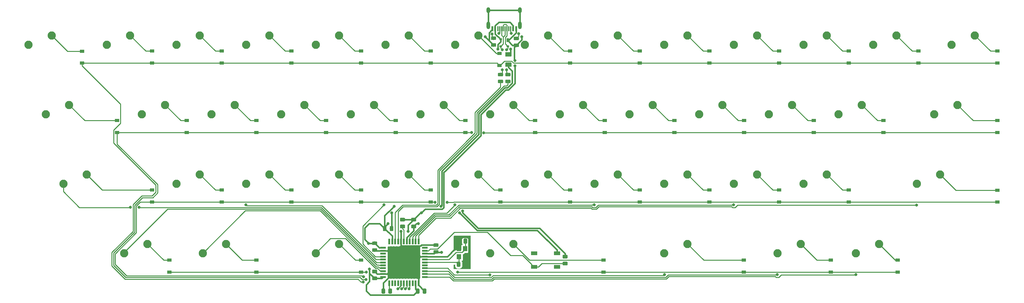
<source format=gbr>
G04 #@! TF.GenerationSoftware,KiCad,Pcbnew,(5.1.4)-1*
G04 #@! TF.CreationDate,2020-11-15T13:42:54-06:00*
G04 #@! TF.ProjectId,minim,6d696e69-6d2e-46b6-9963-61645f706362,rev?*
G04 #@! TF.SameCoordinates,Original*
G04 #@! TF.FileFunction,Copper,L2,Bot*
G04 #@! TF.FilePolarity,Positive*
%FSLAX46Y46*%
G04 Gerber Fmt 4.6, Leading zero omitted, Abs format (unit mm)*
G04 Created by KiCad (PCBNEW (5.1.4)-1) date 2020-11-15 13:42:54*
%MOMM*%
%LPD*%
G04 APERTURE LIST*
%ADD10R,1.200000X0.900000*%
%ADD11C,0.100000*%
%ADD12C,0.975000*%
%ADD13R,0.600000X1.450000*%
%ADD14R,0.300000X1.450000*%
%ADD15O,1.000000X2.100000*%
%ADD16O,1.000000X1.600000*%
%ADD17R,0.700000X1.000000*%
%ADD18R,0.700000X0.600000*%
%ADD19C,1.250000*%
%ADD20R,1.200000X1.400000*%
%ADD21R,1.500000X0.550000*%
%ADD22R,0.550000X1.500000*%
%ADD23R,1.800000X1.100000*%
%ADD24C,2.250000*%
%ADD25C,0.800000*%
%ADD26C,0.254000*%
%ADD27C,0.381000*%
%ADD28C,0.025400*%
G04 APERTURE END LIST*
D10*
X22733000Y-8764000D03*
X22733000Y-12064000D03*
D11*
G36*
X113891142Y-56331174D02*
G01*
X113914803Y-56334684D01*
X113938007Y-56340496D01*
X113960529Y-56348554D01*
X113982153Y-56358782D01*
X114002670Y-56371079D01*
X114021883Y-56385329D01*
X114039607Y-56401393D01*
X114055671Y-56419117D01*
X114069921Y-56438330D01*
X114082218Y-56458847D01*
X114092446Y-56480471D01*
X114100504Y-56502993D01*
X114106316Y-56526197D01*
X114109826Y-56549858D01*
X114111000Y-56573750D01*
X114111000Y-57061250D01*
X114109826Y-57085142D01*
X114106316Y-57108803D01*
X114100504Y-57132007D01*
X114092446Y-57154529D01*
X114082218Y-57176153D01*
X114069921Y-57196670D01*
X114055671Y-57215883D01*
X114039607Y-57233607D01*
X114021883Y-57249671D01*
X114002670Y-57263921D01*
X113982153Y-57276218D01*
X113960529Y-57286446D01*
X113938007Y-57294504D01*
X113914803Y-57300316D01*
X113891142Y-57303826D01*
X113867250Y-57305000D01*
X112954750Y-57305000D01*
X112930858Y-57303826D01*
X112907197Y-57300316D01*
X112883993Y-57294504D01*
X112861471Y-57286446D01*
X112839847Y-57276218D01*
X112819330Y-57263921D01*
X112800117Y-57249671D01*
X112782393Y-57233607D01*
X112766329Y-57215883D01*
X112752079Y-57196670D01*
X112739782Y-57176153D01*
X112729554Y-57154529D01*
X112721496Y-57132007D01*
X112715684Y-57108803D01*
X112712174Y-57085142D01*
X112711000Y-57061250D01*
X112711000Y-56573750D01*
X112712174Y-56549858D01*
X112715684Y-56526197D01*
X112721496Y-56502993D01*
X112729554Y-56480471D01*
X112739782Y-56458847D01*
X112752079Y-56438330D01*
X112766329Y-56419117D01*
X112782393Y-56401393D01*
X112800117Y-56385329D01*
X112819330Y-56371079D01*
X112839847Y-56358782D01*
X112861471Y-56348554D01*
X112883993Y-56340496D01*
X112907197Y-56334684D01*
X112930858Y-56331174D01*
X112954750Y-56330000D01*
X113867250Y-56330000D01*
X113891142Y-56331174D01*
X113891142Y-56331174D01*
G37*
D12*
X113411000Y-56817500D03*
D11*
G36*
X113891142Y-54456174D02*
G01*
X113914803Y-54459684D01*
X113938007Y-54465496D01*
X113960529Y-54473554D01*
X113982153Y-54483782D01*
X114002670Y-54496079D01*
X114021883Y-54510329D01*
X114039607Y-54526393D01*
X114055671Y-54544117D01*
X114069921Y-54563330D01*
X114082218Y-54583847D01*
X114092446Y-54605471D01*
X114100504Y-54627993D01*
X114106316Y-54651197D01*
X114109826Y-54674858D01*
X114111000Y-54698750D01*
X114111000Y-55186250D01*
X114109826Y-55210142D01*
X114106316Y-55233803D01*
X114100504Y-55257007D01*
X114092446Y-55279529D01*
X114082218Y-55301153D01*
X114069921Y-55321670D01*
X114055671Y-55340883D01*
X114039607Y-55358607D01*
X114021883Y-55374671D01*
X114002670Y-55388921D01*
X113982153Y-55401218D01*
X113960529Y-55411446D01*
X113938007Y-55419504D01*
X113914803Y-55425316D01*
X113891142Y-55428826D01*
X113867250Y-55430000D01*
X112954750Y-55430000D01*
X112930858Y-55428826D01*
X112907197Y-55425316D01*
X112883993Y-55419504D01*
X112861471Y-55411446D01*
X112839847Y-55401218D01*
X112819330Y-55388921D01*
X112800117Y-55374671D01*
X112782393Y-55358607D01*
X112766329Y-55340883D01*
X112752079Y-55321670D01*
X112739782Y-55301153D01*
X112729554Y-55279529D01*
X112721496Y-55257007D01*
X112715684Y-55233803D01*
X112712174Y-55210142D01*
X112711000Y-55186250D01*
X112711000Y-54698750D01*
X112712174Y-54674858D01*
X112715684Y-54651197D01*
X112721496Y-54627993D01*
X112729554Y-54605471D01*
X112739782Y-54583847D01*
X112752079Y-54563330D01*
X112766329Y-54544117D01*
X112782393Y-54526393D01*
X112800117Y-54510329D01*
X112819330Y-54496079D01*
X112839847Y-54483782D01*
X112861471Y-54473554D01*
X112883993Y-54465496D01*
X112907197Y-54459684D01*
X112930858Y-54456174D01*
X112954750Y-54455000D01*
X113867250Y-54455000D01*
X113891142Y-54456174D01*
X113891142Y-54456174D01*
G37*
D12*
X113411000Y-54942500D03*
D11*
G36*
X119987142Y-63316174D02*
G01*
X120010803Y-63319684D01*
X120034007Y-63325496D01*
X120056529Y-63333554D01*
X120078153Y-63343782D01*
X120098670Y-63356079D01*
X120117883Y-63370329D01*
X120135607Y-63386393D01*
X120151671Y-63404117D01*
X120165921Y-63423330D01*
X120178218Y-63443847D01*
X120188446Y-63465471D01*
X120196504Y-63487993D01*
X120202316Y-63511197D01*
X120205826Y-63534858D01*
X120207000Y-63558750D01*
X120207000Y-64046250D01*
X120205826Y-64070142D01*
X120202316Y-64093803D01*
X120196504Y-64117007D01*
X120188446Y-64139529D01*
X120178218Y-64161153D01*
X120165921Y-64181670D01*
X120151671Y-64200883D01*
X120135607Y-64218607D01*
X120117883Y-64234671D01*
X120098670Y-64248921D01*
X120078153Y-64261218D01*
X120056529Y-64271446D01*
X120034007Y-64279504D01*
X120010803Y-64285316D01*
X119987142Y-64288826D01*
X119963250Y-64290000D01*
X119050750Y-64290000D01*
X119026858Y-64288826D01*
X119003197Y-64285316D01*
X118979993Y-64279504D01*
X118957471Y-64271446D01*
X118935847Y-64261218D01*
X118915330Y-64248921D01*
X118896117Y-64234671D01*
X118878393Y-64218607D01*
X118862329Y-64200883D01*
X118848079Y-64181670D01*
X118835782Y-64161153D01*
X118825554Y-64139529D01*
X118817496Y-64117007D01*
X118811684Y-64093803D01*
X118808174Y-64070142D01*
X118807000Y-64046250D01*
X118807000Y-63558750D01*
X118808174Y-63534858D01*
X118811684Y-63511197D01*
X118817496Y-63487993D01*
X118825554Y-63465471D01*
X118835782Y-63443847D01*
X118848079Y-63423330D01*
X118862329Y-63404117D01*
X118878393Y-63386393D01*
X118896117Y-63370329D01*
X118915330Y-63356079D01*
X118935847Y-63343782D01*
X118957471Y-63333554D01*
X118979993Y-63325496D01*
X119003197Y-63319684D01*
X119026858Y-63316174D01*
X119050750Y-63315000D01*
X119963250Y-63315000D01*
X119987142Y-63316174D01*
X119987142Y-63316174D01*
G37*
D12*
X119507000Y-63802500D03*
D11*
G36*
X119987142Y-61441174D02*
G01*
X120010803Y-61444684D01*
X120034007Y-61450496D01*
X120056529Y-61458554D01*
X120078153Y-61468782D01*
X120098670Y-61481079D01*
X120117883Y-61495329D01*
X120135607Y-61511393D01*
X120151671Y-61529117D01*
X120165921Y-61548330D01*
X120178218Y-61568847D01*
X120188446Y-61590471D01*
X120196504Y-61612993D01*
X120202316Y-61636197D01*
X120205826Y-61659858D01*
X120207000Y-61683750D01*
X120207000Y-62171250D01*
X120205826Y-62195142D01*
X120202316Y-62218803D01*
X120196504Y-62242007D01*
X120188446Y-62264529D01*
X120178218Y-62286153D01*
X120165921Y-62306670D01*
X120151671Y-62325883D01*
X120135607Y-62343607D01*
X120117883Y-62359671D01*
X120098670Y-62373921D01*
X120078153Y-62386218D01*
X120056529Y-62396446D01*
X120034007Y-62404504D01*
X120010803Y-62410316D01*
X119987142Y-62413826D01*
X119963250Y-62415000D01*
X119050750Y-62415000D01*
X119026858Y-62413826D01*
X119003197Y-62410316D01*
X118979993Y-62404504D01*
X118957471Y-62396446D01*
X118935847Y-62386218D01*
X118915330Y-62373921D01*
X118896117Y-62359671D01*
X118878393Y-62343607D01*
X118862329Y-62325883D01*
X118848079Y-62306670D01*
X118835782Y-62286153D01*
X118825554Y-62264529D01*
X118817496Y-62242007D01*
X118811684Y-62218803D01*
X118808174Y-62195142D01*
X118807000Y-62171250D01*
X118807000Y-61683750D01*
X118808174Y-61659858D01*
X118811684Y-61636197D01*
X118817496Y-61612993D01*
X118825554Y-61590471D01*
X118835782Y-61568847D01*
X118848079Y-61548330D01*
X118862329Y-61529117D01*
X118878393Y-61511393D01*
X118896117Y-61495329D01*
X118915330Y-61481079D01*
X118935847Y-61468782D01*
X118957471Y-61458554D01*
X118979993Y-61450496D01*
X119003197Y-61444684D01*
X119026858Y-61441174D01*
X119050750Y-61440000D01*
X119963250Y-61440000D01*
X119987142Y-61441174D01*
X119987142Y-61441174D01*
G37*
D12*
X119507000Y-61927500D03*
D13*
X141401000Y-2615000D03*
X134951000Y-2615000D03*
X140626000Y-2615000D03*
X135726000Y-2615000D03*
D14*
X136426000Y-2615000D03*
X139926000Y-2615000D03*
X136926000Y-2615000D03*
X139426000Y-2615000D03*
X137426000Y-2615000D03*
X138926000Y-2615000D03*
X138426000Y-2615000D03*
X137926000Y-2615000D03*
D15*
X133856000Y-1700000D03*
X142496000Y-1700000D03*
D16*
X133856000Y2480000D03*
X142496000Y2480000D03*
D17*
X139176000Y-5727000D03*
D18*
X137176000Y-5527000D03*
X139176000Y-7427000D03*
X137176000Y-7427000D03*
D11*
G36*
X139672142Y-14705174D02*
G01*
X139695803Y-14708684D01*
X139719007Y-14714496D01*
X139741529Y-14722554D01*
X139763153Y-14732782D01*
X139783670Y-14745079D01*
X139802883Y-14759329D01*
X139820607Y-14775393D01*
X139836671Y-14793117D01*
X139850921Y-14812330D01*
X139863218Y-14832847D01*
X139873446Y-14854471D01*
X139881504Y-14876993D01*
X139887316Y-14900197D01*
X139890826Y-14923858D01*
X139892000Y-14947750D01*
X139892000Y-15435250D01*
X139890826Y-15459142D01*
X139887316Y-15482803D01*
X139881504Y-15506007D01*
X139873446Y-15528529D01*
X139863218Y-15550153D01*
X139850921Y-15570670D01*
X139836671Y-15589883D01*
X139820607Y-15607607D01*
X139802883Y-15623671D01*
X139783670Y-15637921D01*
X139763153Y-15650218D01*
X139741529Y-15660446D01*
X139719007Y-15668504D01*
X139695803Y-15674316D01*
X139672142Y-15677826D01*
X139648250Y-15679000D01*
X138735750Y-15679000D01*
X138711858Y-15677826D01*
X138688197Y-15674316D01*
X138664993Y-15668504D01*
X138642471Y-15660446D01*
X138620847Y-15650218D01*
X138600330Y-15637921D01*
X138581117Y-15623671D01*
X138563393Y-15607607D01*
X138547329Y-15589883D01*
X138533079Y-15570670D01*
X138520782Y-15550153D01*
X138510554Y-15528529D01*
X138502496Y-15506007D01*
X138496684Y-15482803D01*
X138493174Y-15459142D01*
X138492000Y-15435250D01*
X138492000Y-14947750D01*
X138493174Y-14923858D01*
X138496684Y-14900197D01*
X138502496Y-14876993D01*
X138510554Y-14854471D01*
X138520782Y-14832847D01*
X138533079Y-14812330D01*
X138547329Y-14793117D01*
X138563393Y-14775393D01*
X138581117Y-14759329D01*
X138600330Y-14745079D01*
X138620847Y-14732782D01*
X138642471Y-14722554D01*
X138664993Y-14714496D01*
X138688197Y-14708684D01*
X138711858Y-14705174D01*
X138735750Y-14704000D01*
X139648250Y-14704000D01*
X139672142Y-14705174D01*
X139672142Y-14705174D01*
G37*
D12*
X139192000Y-15191500D03*
D11*
G36*
X139672142Y-16580174D02*
G01*
X139695803Y-16583684D01*
X139719007Y-16589496D01*
X139741529Y-16597554D01*
X139763153Y-16607782D01*
X139783670Y-16620079D01*
X139802883Y-16634329D01*
X139820607Y-16650393D01*
X139836671Y-16668117D01*
X139850921Y-16687330D01*
X139863218Y-16707847D01*
X139873446Y-16729471D01*
X139881504Y-16751993D01*
X139887316Y-16775197D01*
X139890826Y-16798858D01*
X139892000Y-16822750D01*
X139892000Y-17310250D01*
X139890826Y-17334142D01*
X139887316Y-17357803D01*
X139881504Y-17381007D01*
X139873446Y-17403529D01*
X139863218Y-17425153D01*
X139850921Y-17445670D01*
X139836671Y-17464883D01*
X139820607Y-17482607D01*
X139802883Y-17498671D01*
X139783670Y-17512921D01*
X139763153Y-17525218D01*
X139741529Y-17535446D01*
X139719007Y-17543504D01*
X139695803Y-17549316D01*
X139672142Y-17552826D01*
X139648250Y-17554000D01*
X138735750Y-17554000D01*
X138711858Y-17552826D01*
X138688197Y-17549316D01*
X138664993Y-17543504D01*
X138642471Y-17535446D01*
X138620847Y-17525218D01*
X138600330Y-17512921D01*
X138581117Y-17498671D01*
X138563393Y-17482607D01*
X138547329Y-17464883D01*
X138533079Y-17445670D01*
X138520782Y-17425153D01*
X138510554Y-17403529D01*
X138502496Y-17381007D01*
X138496684Y-17357803D01*
X138493174Y-17334142D01*
X138492000Y-17310250D01*
X138492000Y-16822750D01*
X138493174Y-16798858D01*
X138496684Y-16775197D01*
X138502496Y-16751993D01*
X138510554Y-16729471D01*
X138520782Y-16707847D01*
X138533079Y-16687330D01*
X138547329Y-16668117D01*
X138563393Y-16650393D01*
X138581117Y-16634329D01*
X138600330Y-16620079D01*
X138620847Y-16607782D01*
X138642471Y-16597554D01*
X138664993Y-16589496D01*
X138688197Y-16583684D01*
X138711858Y-16580174D01*
X138735750Y-16579000D01*
X139648250Y-16579000D01*
X139672142Y-16580174D01*
X139672142Y-16580174D01*
G37*
D12*
X139192000Y-17066500D03*
D11*
G36*
X137640142Y-14705174D02*
G01*
X137663803Y-14708684D01*
X137687007Y-14714496D01*
X137709529Y-14722554D01*
X137731153Y-14732782D01*
X137751670Y-14745079D01*
X137770883Y-14759329D01*
X137788607Y-14775393D01*
X137804671Y-14793117D01*
X137818921Y-14812330D01*
X137831218Y-14832847D01*
X137841446Y-14854471D01*
X137849504Y-14876993D01*
X137855316Y-14900197D01*
X137858826Y-14923858D01*
X137860000Y-14947750D01*
X137860000Y-15435250D01*
X137858826Y-15459142D01*
X137855316Y-15482803D01*
X137849504Y-15506007D01*
X137841446Y-15528529D01*
X137831218Y-15550153D01*
X137818921Y-15570670D01*
X137804671Y-15589883D01*
X137788607Y-15607607D01*
X137770883Y-15623671D01*
X137751670Y-15637921D01*
X137731153Y-15650218D01*
X137709529Y-15660446D01*
X137687007Y-15668504D01*
X137663803Y-15674316D01*
X137640142Y-15677826D01*
X137616250Y-15679000D01*
X136703750Y-15679000D01*
X136679858Y-15677826D01*
X136656197Y-15674316D01*
X136632993Y-15668504D01*
X136610471Y-15660446D01*
X136588847Y-15650218D01*
X136568330Y-15637921D01*
X136549117Y-15623671D01*
X136531393Y-15607607D01*
X136515329Y-15589883D01*
X136501079Y-15570670D01*
X136488782Y-15550153D01*
X136478554Y-15528529D01*
X136470496Y-15506007D01*
X136464684Y-15482803D01*
X136461174Y-15459142D01*
X136460000Y-15435250D01*
X136460000Y-14947750D01*
X136461174Y-14923858D01*
X136464684Y-14900197D01*
X136470496Y-14876993D01*
X136478554Y-14854471D01*
X136488782Y-14832847D01*
X136501079Y-14812330D01*
X136515329Y-14793117D01*
X136531393Y-14775393D01*
X136549117Y-14759329D01*
X136568330Y-14745079D01*
X136588847Y-14732782D01*
X136610471Y-14722554D01*
X136632993Y-14714496D01*
X136656197Y-14708684D01*
X136679858Y-14705174D01*
X136703750Y-14704000D01*
X137616250Y-14704000D01*
X137640142Y-14705174D01*
X137640142Y-14705174D01*
G37*
D12*
X137160000Y-15191500D03*
D11*
G36*
X137640142Y-16580174D02*
G01*
X137663803Y-16583684D01*
X137687007Y-16589496D01*
X137709529Y-16597554D01*
X137731153Y-16607782D01*
X137751670Y-16620079D01*
X137770883Y-16634329D01*
X137788607Y-16650393D01*
X137804671Y-16668117D01*
X137818921Y-16687330D01*
X137831218Y-16707847D01*
X137841446Y-16729471D01*
X137849504Y-16751993D01*
X137855316Y-16775197D01*
X137858826Y-16798858D01*
X137860000Y-16822750D01*
X137860000Y-17310250D01*
X137858826Y-17334142D01*
X137855316Y-17357803D01*
X137849504Y-17381007D01*
X137841446Y-17403529D01*
X137831218Y-17425153D01*
X137818921Y-17445670D01*
X137804671Y-17464883D01*
X137788607Y-17482607D01*
X137770883Y-17498671D01*
X137751670Y-17512921D01*
X137731153Y-17525218D01*
X137709529Y-17535446D01*
X137687007Y-17543504D01*
X137663803Y-17549316D01*
X137640142Y-17552826D01*
X137616250Y-17554000D01*
X136703750Y-17554000D01*
X136679858Y-17552826D01*
X136656197Y-17549316D01*
X136632993Y-17543504D01*
X136610471Y-17535446D01*
X136588847Y-17525218D01*
X136568330Y-17512921D01*
X136549117Y-17498671D01*
X136531393Y-17482607D01*
X136515329Y-17464883D01*
X136501079Y-17445670D01*
X136488782Y-17425153D01*
X136478554Y-17403529D01*
X136470496Y-17381007D01*
X136464684Y-17357803D01*
X136461174Y-17334142D01*
X136460000Y-17310250D01*
X136460000Y-16822750D01*
X136461174Y-16798858D01*
X136464684Y-16775197D01*
X136470496Y-16751993D01*
X136478554Y-16729471D01*
X136488782Y-16707847D01*
X136501079Y-16687330D01*
X136515329Y-16668117D01*
X136531393Y-16650393D01*
X136549117Y-16634329D01*
X136568330Y-16620079D01*
X136588847Y-16607782D01*
X136610471Y-16597554D01*
X136632993Y-16589496D01*
X136656197Y-16583684D01*
X136679858Y-16580174D01*
X136703750Y-16579000D01*
X137616250Y-16579000D01*
X137640142Y-16580174D01*
X137640142Y-16580174D01*
G37*
D12*
X137160000Y-17066500D03*
D11*
G36*
X141958142Y-6674174D02*
G01*
X141981803Y-6677684D01*
X142005007Y-6683496D01*
X142027529Y-6691554D01*
X142049153Y-6701782D01*
X142069670Y-6714079D01*
X142088883Y-6728329D01*
X142106607Y-6744393D01*
X142122671Y-6762117D01*
X142136921Y-6781330D01*
X142149218Y-6801847D01*
X142159446Y-6823471D01*
X142167504Y-6845993D01*
X142173316Y-6869197D01*
X142176826Y-6892858D01*
X142178000Y-6916750D01*
X142178000Y-7404250D01*
X142176826Y-7428142D01*
X142173316Y-7451803D01*
X142167504Y-7475007D01*
X142159446Y-7497529D01*
X142149218Y-7519153D01*
X142136921Y-7539670D01*
X142122671Y-7558883D01*
X142106607Y-7576607D01*
X142088883Y-7592671D01*
X142069670Y-7606921D01*
X142049153Y-7619218D01*
X142027529Y-7629446D01*
X142005007Y-7637504D01*
X141981803Y-7643316D01*
X141958142Y-7646826D01*
X141934250Y-7648000D01*
X141021750Y-7648000D01*
X140997858Y-7646826D01*
X140974197Y-7643316D01*
X140950993Y-7637504D01*
X140928471Y-7629446D01*
X140906847Y-7619218D01*
X140886330Y-7606921D01*
X140867117Y-7592671D01*
X140849393Y-7576607D01*
X140833329Y-7558883D01*
X140819079Y-7539670D01*
X140806782Y-7519153D01*
X140796554Y-7497529D01*
X140788496Y-7475007D01*
X140782684Y-7451803D01*
X140779174Y-7428142D01*
X140778000Y-7404250D01*
X140778000Y-6916750D01*
X140779174Y-6892858D01*
X140782684Y-6869197D01*
X140788496Y-6845993D01*
X140796554Y-6823471D01*
X140806782Y-6801847D01*
X140819079Y-6781330D01*
X140833329Y-6762117D01*
X140849393Y-6744393D01*
X140867117Y-6728329D01*
X140886330Y-6714079D01*
X140906847Y-6701782D01*
X140928471Y-6691554D01*
X140950993Y-6683496D01*
X140974197Y-6677684D01*
X140997858Y-6674174D01*
X141021750Y-6673000D01*
X141934250Y-6673000D01*
X141958142Y-6674174D01*
X141958142Y-6674174D01*
G37*
D12*
X141478000Y-7160500D03*
D11*
G36*
X141958142Y-4799174D02*
G01*
X141981803Y-4802684D01*
X142005007Y-4808496D01*
X142027529Y-4816554D01*
X142049153Y-4826782D01*
X142069670Y-4839079D01*
X142088883Y-4853329D01*
X142106607Y-4869393D01*
X142122671Y-4887117D01*
X142136921Y-4906330D01*
X142149218Y-4926847D01*
X142159446Y-4948471D01*
X142167504Y-4970993D01*
X142173316Y-4994197D01*
X142176826Y-5017858D01*
X142178000Y-5041750D01*
X142178000Y-5529250D01*
X142176826Y-5553142D01*
X142173316Y-5576803D01*
X142167504Y-5600007D01*
X142159446Y-5622529D01*
X142149218Y-5644153D01*
X142136921Y-5664670D01*
X142122671Y-5683883D01*
X142106607Y-5701607D01*
X142088883Y-5717671D01*
X142069670Y-5731921D01*
X142049153Y-5744218D01*
X142027529Y-5754446D01*
X142005007Y-5762504D01*
X141981803Y-5768316D01*
X141958142Y-5771826D01*
X141934250Y-5773000D01*
X141021750Y-5773000D01*
X140997858Y-5771826D01*
X140974197Y-5768316D01*
X140950993Y-5762504D01*
X140928471Y-5754446D01*
X140906847Y-5744218D01*
X140886330Y-5731921D01*
X140867117Y-5717671D01*
X140849393Y-5701607D01*
X140833329Y-5683883D01*
X140819079Y-5664670D01*
X140806782Y-5644153D01*
X140796554Y-5622529D01*
X140788496Y-5600007D01*
X140782684Y-5576803D01*
X140779174Y-5553142D01*
X140778000Y-5529250D01*
X140778000Y-5041750D01*
X140779174Y-5017858D01*
X140782684Y-4994197D01*
X140788496Y-4970993D01*
X140796554Y-4948471D01*
X140806782Y-4926847D01*
X140819079Y-4906330D01*
X140833329Y-4887117D01*
X140849393Y-4869393D01*
X140867117Y-4853329D01*
X140886330Y-4839079D01*
X140906847Y-4826782D01*
X140928471Y-4816554D01*
X140950993Y-4808496D01*
X140974197Y-4802684D01*
X140997858Y-4799174D01*
X141021750Y-4798000D01*
X141934250Y-4798000D01*
X141958142Y-4799174D01*
X141958142Y-4799174D01*
G37*
D12*
X141478000Y-5285500D03*
D11*
G36*
X135735142Y-6595674D02*
G01*
X135758803Y-6599184D01*
X135782007Y-6604996D01*
X135804529Y-6613054D01*
X135826153Y-6623282D01*
X135846670Y-6635579D01*
X135865883Y-6649829D01*
X135883607Y-6665893D01*
X135899671Y-6683617D01*
X135913921Y-6702830D01*
X135926218Y-6723347D01*
X135936446Y-6744971D01*
X135944504Y-6767493D01*
X135950316Y-6790697D01*
X135953826Y-6814358D01*
X135955000Y-6838250D01*
X135955000Y-7325750D01*
X135953826Y-7349642D01*
X135950316Y-7373303D01*
X135944504Y-7396507D01*
X135936446Y-7419029D01*
X135926218Y-7440653D01*
X135913921Y-7461170D01*
X135899671Y-7480383D01*
X135883607Y-7498107D01*
X135865883Y-7514171D01*
X135846670Y-7528421D01*
X135826153Y-7540718D01*
X135804529Y-7550946D01*
X135782007Y-7559004D01*
X135758803Y-7564816D01*
X135735142Y-7568326D01*
X135711250Y-7569500D01*
X134798750Y-7569500D01*
X134774858Y-7568326D01*
X134751197Y-7564816D01*
X134727993Y-7559004D01*
X134705471Y-7550946D01*
X134683847Y-7540718D01*
X134663330Y-7528421D01*
X134644117Y-7514171D01*
X134626393Y-7498107D01*
X134610329Y-7480383D01*
X134596079Y-7461170D01*
X134583782Y-7440653D01*
X134573554Y-7419029D01*
X134565496Y-7396507D01*
X134559684Y-7373303D01*
X134556174Y-7349642D01*
X134555000Y-7325750D01*
X134555000Y-6838250D01*
X134556174Y-6814358D01*
X134559684Y-6790697D01*
X134565496Y-6767493D01*
X134573554Y-6744971D01*
X134583782Y-6723347D01*
X134596079Y-6702830D01*
X134610329Y-6683617D01*
X134626393Y-6665893D01*
X134644117Y-6649829D01*
X134663330Y-6635579D01*
X134683847Y-6623282D01*
X134705471Y-6613054D01*
X134727993Y-6604996D01*
X134751197Y-6599184D01*
X134774858Y-6595674D01*
X134798750Y-6594500D01*
X135711250Y-6594500D01*
X135735142Y-6595674D01*
X135735142Y-6595674D01*
G37*
D12*
X135255000Y-7082000D03*
D11*
G36*
X135735142Y-4720674D02*
G01*
X135758803Y-4724184D01*
X135782007Y-4729996D01*
X135804529Y-4738054D01*
X135826153Y-4748282D01*
X135846670Y-4760579D01*
X135865883Y-4774829D01*
X135883607Y-4790893D01*
X135899671Y-4808617D01*
X135913921Y-4827830D01*
X135926218Y-4848347D01*
X135936446Y-4869971D01*
X135944504Y-4892493D01*
X135950316Y-4915697D01*
X135953826Y-4939358D01*
X135955000Y-4963250D01*
X135955000Y-5450750D01*
X135953826Y-5474642D01*
X135950316Y-5498303D01*
X135944504Y-5521507D01*
X135936446Y-5544029D01*
X135926218Y-5565653D01*
X135913921Y-5586170D01*
X135899671Y-5605383D01*
X135883607Y-5623107D01*
X135865883Y-5639171D01*
X135846670Y-5653421D01*
X135826153Y-5665718D01*
X135804529Y-5675946D01*
X135782007Y-5684004D01*
X135758803Y-5689816D01*
X135735142Y-5693326D01*
X135711250Y-5694500D01*
X134798750Y-5694500D01*
X134774858Y-5693326D01*
X134751197Y-5689816D01*
X134727993Y-5684004D01*
X134705471Y-5675946D01*
X134683847Y-5665718D01*
X134663330Y-5653421D01*
X134644117Y-5639171D01*
X134626393Y-5623107D01*
X134610329Y-5605383D01*
X134596079Y-5586170D01*
X134583782Y-5565653D01*
X134573554Y-5544029D01*
X134565496Y-5521507D01*
X134559684Y-5498303D01*
X134556174Y-5474642D01*
X134555000Y-5450750D01*
X134555000Y-4963250D01*
X134556174Y-4939358D01*
X134559684Y-4915697D01*
X134565496Y-4892493D01*
X134573554Y-4869971D01*
X134583782Y-4848347D01*
X134596079Y-4827830D01*
X134610329Y-4808617D01*
X134626393Y-4790893D01*
X134644117Y-4774829D01*
X134663330Y-4760579D01*
X134683847Y-4748282D01*
X134705471Y-4738054D01*
X134727993Y-4729996D01*
X134751197Y-4724184D01*
X134774858Y-4720674D01*
X134798750Y-4719500D01*
X135711250Y-4719500D01*
X135735142Y-4720674D01*
X135735142Y-4720674D01*
G37*
D12*
X135255000Y-5207000D03*
D11*
G36*
X139968504Y-11825204D02*
G01*
X139992773Y-11828804D01*
X140016571Y-11834765D01*
X140039671Y-11843030D01*
X140061849Y-11853520D01*
X140082893Y-11866133D01*
X140102598Y-11880747D01*
X140120777Y-11897223D01*
X140137253Y-11915402D01*
X140151867Y-11935107D01*
X140164480Y-11956151D01*
X140174970Y-11978329D01*
X140183235Y-12001429D01*
X140189196Y-12025227D01*
X140192796Y-12049496D01*
X140194000Y-12074000D01*
X140194000Y-12824000D01*
X140192796Y-12848504D01*
X140189196Y-12872773D01*
X140183235Y-12896571D01*
X140174970Y-12919671D01*
X140164480Y-12941849D01*
X140151867Y-12962893D01*
X140137253Y-12982598D01*
X140120777Y-13000777D01*
X140102598Y-13017253D01*
X140082893Y-13031867D01*
X140061849Y-13044480D01*
X140039671Y-13054970D01*
X140016571Y-13063235D01*
X139992773Y-13069196D01*
X139968504Y-13072796D01*
X139944000Y-13074000D01*
X138694000Y-13074000D01*
X138669496Y-13072796D01*
X138645227Y-13069196D01*
X138621429Y-13063235D01*
X138598329Y-13054970D01*
X138576151Y-13044480D01*
X138555107Y-13031867D01*
X138535402Y-13017253D01*
X138517223Y-13000777D01*
X138500747Y-12982598D01*
X138486133Y-12962893D01*
X138473520Y-12941849D01*
X138463030Y-12919671D01*
X138454765Y-12896571D01*
X138448804Y-12872773D01*
X138445204Y-12848504D01*
X138444000Y-12824000D01*
X138444000Y-12074000D01*
X138445204Y-12049496D01*
X138448804Y-12025227D01*
X138454765Y-12001429D01*
X138463030Y-11978329D01*
X138473520Y-11956151D01*
X138486133Y-11935107D01*
X138500747Y-11915402D01*
X138517223Y-11897223D01*
X138535402Y-11880747D01*
X138555107Y-11866133D01*
X138576151Y-11853520D01*
X138598329Y-11843030D01*
X138621429Y-11834765D01*
X138645227Y-11828804D01*
X138669496Y-11825204D01*
X138694000Y-11824000D01*
X139944000Y-11824000D01*
X139968504Y-11825204D01*
X139968504Y-11825204D01*
G37*
D19*
X139319000Y-12449000D03*
D11*
G36*
X139968504Y-9025204D02*
G01*
X139992773Y-9028804D01*
X140016571Y-9034765D01*
X140039671Y-9043030D01*
X140061849Y-9053520D01*
X140082893Y-9066133D01*
X140102598Y-9080747D01*
X140120777Y-9097223D01*
X140137253Y-9115402D01*
X140151867Y-9135107D01*
X140164480Y-9156151D01*
X140174970Y-9178329D01*
X140183235Y-9201429D01*
X140189196Y-9225227D01*
X140192796Y-9249496D01*
X140194000Y-9274000D01*
X140194000Y-10024000D01*
X140192796Y-10048504D01*
X140189196Y-10072773D01*
X140183235Y-10096571D01*
X140174970Y-10119671D01*
X140164480Y-10141849D01*
X140151867Y-10162893D01*
X140137253Y-10182598D01*
X140120777Y-10200777D01*
X140102598Y-10217253D01*
X140082893Y-10231867D01*
X140061849Y-10244480D01*
X140039671Y-10254970D01*
X140016571Y-10263235D01*
X139992773Y-10269196D01*
X139968504Y-10272796D01*
X139944000Y-10274000D01*
X138694000Y-10274000D01*
X138669496Y-10272796D01*
X138645227Y-10269196D01*
X138621429Y-10263235D01*
X138598329Y-10254970D01*
X138576151Y-10244480D01*
X138555107Y-10231867D01*
X138535402Y-10217253D01*
X138517223Y-10200777D01*
X138500747Y-10182598D01*
X138486133Y-10162893D01*
X138473520Y-10141849D01*
X138463030Y-10119671D01*
X138454765Y-10096571D01*
X138448804Y-10072773D01*
X138445204Y-10048504D01*
X138444000Y-10024000D01*
X138444000Y-9274000D01*
X138445204Y-9249496D01*
X138448804Y-9225227D01*
X138454765Y-9201429D01*
X138463030Y-9178329D01*
X138473520Y-9156151D01*
X138486133Y-9135107D01*
X138500747Y-9115402D01*
X138517223Y-9097223D01*
X138535402Y-9080747D01*
X138555107Y-9066133D01*
X138576151Y-9053520D01*
X138598329Y-9043030D01*
X138621429Y-9034765D01*
X138645227Y-9028804D01*
X138669496Y-9025204D01*
X138694000Y-9024000D01*
X139944000Y-9024000D01*
X139968504Y-9025204D01*
X139968504Y-9025204D01*
G37*
D19*
X139319000Y-9649000D03*
D20*
X127469000Y-65108000D03*
X127469000Y-62908000D03*
X125769000Y-62908000D03*
X125769000Y-65108000D03*
D21*
X105044000Y-62675000D03*
X105044000Y-63475000D03*
X105044000Y-64275000D03*
X105044000Y-65075000D03*
X105044000Y-65875000D03*
X105044000Y-66675000D03*
X105044000Y-67475000D03*
X105044000Y-68275000D03*
X105044000Y-69075000D03*
X105044000Y-69875000D03*
X105044000Y-70675000D03*
D22*
X106744000Y-72375000D03*
X107544000Y-72375000D03*
X108344000Y-72375000D03*
X109144000Y-72375000D03*
X109944000Y-72375000D03*
X110744000Y-72375000D03*
X111544000Y-72375000D03*
X112344000Y-72375000D03*
X113144000Y-72375000D03*
X113944000Y-72375000D03*
X114744000Y-72375000D03*
D21*
X116444000Y-70675000D03*
X116444000Y-69875000D03*
X116444000Y-69075000D03*
X116444000Y-68275000D03*
X116444000Y-67475000D03*
X116444000Y-66675000D03*
X116444000Y-65875000D03*
X116444000Y-65075000D03*
X116444000Y-64275000D03*
X116444000Y-63475000D03*
X116444000Y-62675000D03*
D22*
X114744000Y-60975000D03*
X113944000Y-60975000D03*
X113144000Y-60975000D03*
X112344000Y-60975000D03*
X111544000Y-60975000D03*
X110744000Y-60975000D03*
X109944000Y-60975000D03*
X109144000Y-60975000D03*
X108344000Y-60975000D03*
X107544000Y-60975000D03*
X106744000Y-60975000D03*
D23*
X152579000Y-64190000D03*
X146379000Y-67890000D03*
X152579000Y-67890000D03*
X146379000Y-64190000D03*
D11*
G36*
X105375142Y-73850174D02*
G01*
X105398803Y-73853684D01*
X105422007Y-73859496D01*
X105444529Y-73867554D01*
X105466153Y-73877782D01*
X105486670Y-73890079D01*
X105505883Y-73904329D01*
X105523607Y-73920393D01*
X105539671Y-73938117D01*
X105553921Y-73957330D01*
X105566218Y-73977847D01*
X105576446Y-73999471D01*
X105584504Y-74021993D01*
X105590316Y-74045197D01*
X105593826Y-74068858D01*
X105595000Y-74092750D01*
X105595000Y-75005250D01*
X105593826Y-75029142D01*
X105590316Y-75052803D01*
X105584504Y-75076007D01*
X105576446Y-75098529D01*
X105566218Y-75120153D01*
X105553921Y-75140670D01*
X105539671Y-75159883D01*
X105523607Y-75177607D01*
X105505883Y-75193671D01*
X105486670Y-75207921D01*
X105466153Y-75220218D01*
X105444529Y-75230446D01*
X105422007Y-75238504D01*
X105398803Y-75244316D01*
X105375142Y-75247826D01*
X105351250Y-75249000D01*
X104863750Y-75249000D01*
X104839858Y-75247826D01*
X104816197Y-75244316D01*
X104792993Y-75238504D01*
X104770471Y-75230446D01*
X104748847Y-75220218D01*
X104728330Y-75207921D01*
X104709117Y-75193671D01*
X104691393Y-75177607D01*
X104675329Y-75159883D01*
X104661079Y-75140670D01*
X104648782Y-75120153D01*
X104638554Y-75098529D01*
X104630496Y-75076007D01*
X104624684Y-75052803D01*
X104621174Y-75029142D01*
X104620000Y-75005250D01*
X104620000Y-74092750D01*
X104621174Y-74068858D01*
X104624684Y-74045197D01*
X104630496Y-74021993D01*
X104638554Y-73999471D01*
X104648782Y-73977847D01*
X104661079Y-73957330D01*
X104675329Y-73938117D01*
X104691393Y-73920393D01*
X104709117Y-73904329D01*
X104728330Y-73890079D01*
X104748847Y-73877782D01*
X104770471Y-73867554D01*
X104792993Y-73859496D01*
X104816197Y-73853684D01*
X104839858Y-73850174D01*
X104863750Y-73849000D01*
X105351250Y-73849000D01*
X105375142Y-73850174D01*
X105375142Y-73850174D01*
G37*
D12*
X105107500Y-74549000D03*
D11*
G36*
X107250142Y-73850174D02*
G01*
X107273803Y-73853684D01*
X107297007Y-73859496D01*
X107319529Y-73867554D01*
X107341153Y-73877782D01*
X107361670Y-73890079D01*
X107380883Y-73904329D01*
X107398607Y-73920393D01*
X107414671Y-73938117D01*
X107428921Y-73957330D01*
X107441218Y-73977847D01*
X107451446Y-73999471D01*
X107459504Y-74021993D01*
X107465316Y-74045197D01*
X107468826Y-74068858D01*
X107470000Y-74092750D01*
X107470000Y-75005250D01*
X107468826Y-75029142D01*
X107465316Y-75052803D01*
X107459504Y-75076007D01*
X107451446Y-75098529D01*
X107441218Y-75120153D01*
X107428921Y-75140670D01*
X107414671Y-75159883D01*
X107398607Y-75177607D01*
X107380883Y-75193671D01*
X107361670Y-75207921D01*
X107341153Y-75220218D01*
X107319529Y-75230446D01*
X107297007Y-75238504D01*
X107273803Y-75244316D01*
X107250142Y-75247826D01*
X107226250Y-75249000D01*
X106738750Y-75249000D01*
X106714858Y-75247826D01*
X106691197Y-75244316D01*
X106667993Y-75238504D01*
X106645471Y-75230446D01*
X106623847Y-75220218D01*
X106603330Y-75207921D01*
X106584117Y-75193671D01*
X106566393Y-75177607D01*
X106550329Y-75159883D01*
X106536079Y-75140670D01*
X106523782Y-75120153D01*
X106513554Y-75098529D01*
X106505496Y-75076007D01*
X106499684Y-75052803D01*
X106496174Y-75029142D01*
X106495000Y-75005250D01*
X106495000Y-74092750D01*
X106496174Y-74068858D01*
X106499684Y-74045197D01*
X106505496Y-74021993D01*
X106513554Y-73999471D01*
X106523782Y-73977847D01*
X106536079Y-73957330D01*
X106550329Y-73938117D01*
X106566393Y-73920393D01*
X106584117Y-73904329D01*
X106603330Y-73890079D01*
X106623847Y-73877782D01*
X106645471Y-73867554D01*
X106667993Y-73859496D01*
X106691197Y-73853684D01*
X106714858Y-73850174D01*
X106738750Y-73849000D01*
X107226250Y-73849000D01*
X107250142Y-73850174D01*
X107250142Y-73850174D01*
G37*
D12*
X106982500Y-74549000D03*
D11*
G36*
X155293142Y-66491174D02*
G01*
X155316803Y-66494684D01*
X155340007Y-66500496D01*
X155362529Y-66508554D01*
X155384153Y-66518782D01*
X155404670Y-66531079D01*
X155423883Y-66545329D01*
X155441607Y-66561393D01*
X155457671Y-66579117D01*
X155471921Y-66598330D01*
X155484218Y-66618847D01*
X155494446Y-66640471D01*
X155502504Y-66662993D01*
X155508316Y-66686197D01*
X155511826Y-66709858D01*
X155513000Y-66733750D01*
X155513000Y-67221250D01*
X155511826Y-67245142D01*
X155508316Y-67268803D01*
X155502504Y-67292007D01*
X155494446Y-67314529D01*
X155484218Y-67336153D01*
X155471921Y-67356670D01*
X155457671Y-67375883D01*
X155441607Y-67393607D01*
X155423883Y-67409671D01*
X155404670Y-67423921D01*
X155384153Y-67436218D01*
X155362529Y-67446446D01*
X155340007Y-67454504D01*
X155316803Y-67460316D01*
X155293142Y-67463826D01*
X155269250Y-67465000D01*
X154356750Y-67465000D01*
X154332858Y-67463826D01*
X154309197Y-67460316D01*
X154285993Y-67454504D01*
X154263471Y-67446446D01*
X154241847Y-67436218D01*
X154221330Y-67423921D01*
X154202117Y-67409671D01*
X154184393Y-67393607D01*
X154168329Y-67375883D01*
X154154079Y-67356670D01*
X154141782Y-67336153D01*
X154131554Y-67314529D01*
X154123496Y-67292007D01*
X154117684Y-67268803D01*
X154114174Y-67245142D01*
X154113000Y-67221250D01*
X154113000Y-66733750D01*
X154114174Y-66709858D01*
X154117684Y-66686197D01*
X154123496Y-66662993D01*
X154131554Y-66640471D01*
X154141782Y-66618847D01*
X154154079Y-66598330D01*
X154168329Y-66579117D01*
X154184393Y-66561393D01*
X154202117Y-66545329D01*
X154221330Y-66531079D01*
X154241847Y-66518782D01*
X154263471Y-66508554D01*
X154285993Y-66500496D01*
X154309197Y-66494684D01*
X154332858Y-66491174D01*
X154356750Y-66490000D01*
X155269250Y-66490000D01*
X155293142Y-66491174D01*
X155293142Y-66491174D01*
G37*
D12*
X154813000Y-66977500D03*
D11*
G36*
X155293142Y-64616174D02*
G01*
X155316803Y-64619684D01*
X155340007Y-64625496D01*
X155362529Y-64633554D01*
X155384153Y-64643782D01*
X155404670Y-64656079D01*
X155423883Y-64670329D01*
X155441607Y-64686393D01*
X155457671Y-64704117D01*
X155471921Y-64723330D01*
X155484218Y-64743847D01*
X155494446Y-64765471D01*
X155502504Y-64787993D01*
X155508316Y-64811197D01*
X155511826Y-64834858D01*
X155513000Y-64858750D01*
X155513000Y-65346250D01*
X155511826Y-65370142D01*
X155508316Y-65393803D01*
X155502504Y-65417007D01*
X155494446Y-65439529D01*
X155484218Y-65461153D01*
X155471921Y-65481670D01*
X155457671Y-65500883D01*
X155441607Y-65518607D01*
X155423883Y-65534671D01*
X155404670Y-65548921D01*
X155384153Y-65561218D01*
X155362529Y-65571446D01*
X155340007Y-65579504D01*
X155316803Y-65585316D01*
X155293142Y-65588826D01*
X155269250Y-65590000D01*
X154356750Y-65590000D01*
X154332858Y-65588826D01*
X154309197Y-65585316D01*
X154285993Y-65579504D01*
X154263471Y-65571446D01*
X154241847Y-65561218D01*
X154221330Y-65548921D01*
X154202117Y-65534671D01*
X154184393Y-65518607D01*
X154168329Y-65500883D01*
X154154079Y-65481670D01*
X154141782Y-65461153D01*
X154131554Y-65439529D01*
X154123496Y-65417007D01*
X154117684Y-65393803D01*
X154114174Y-65370142D01*
X154113000Y-65346250D01*
X154113000Y-64858750D01*
X154114174Y-64834858D01*
X154117684Y-64811197D01*
X154123496Y-64787993D01*
X154131554Y-64765471D01*
X154141782Y-64743847D01*
X154154079Y-64723330D01*
X154168329Y-64704117D01*
X154184393Y-64686393D01*
X154202117Y-64670329D01*
X154221330Y-64656079D01*
X154241847Y-64643782D01*
X154263471Y-64633554D01*
X154285993Y-64625496D01*
X154309197Y-64619684D01*
X154332858Y-64616174D01*
X154356750Y-64615000D01*
X155269250Y-64615000D01*
X155293142Y-64616174D01*
X155293142Y-64616174D01*
G37*
D12*
X154813000Y-65102500D03*
D11*
G36*
X105756142Y-56705174D02*
G01*
X105779803Y-56708684D01*
X105803007Y-56714496D01*
X105825529Y-56722554D01*
X105847153Y-56732782D01*
X105867670Y-56745079D01*
X105886883Y-56759329D01*
X105904607Y-56775393D01*
X105920671Y-56793117D01*
X105934921Y-56812330D01*
X105947218Y-56832847D01*
X105957446Y-56854471D01*
X105965504Y-56876993D01*
X105971316Y-56900197D01*
X105974826Y-56923858D01*
X105976000Y-56947750D01*
X105976000Y-57860250D01*
X105974826Y-57884142D01*
X105971316Y-57907803D01*
X105965504Y-57931007D01*
X105957446Y-57953529D01*
X105947218Y-57975153D01*
X105934921Y-57995670D01*
X105920671Y-58014883D01*
X105904607Y-58032607D01*
X105886883Y-58048671D01*
X105867670Y-58062921D01*
X105847153Y-58075218D01*
X105825529Y-58085446D01*
X105803007Y-58093504D01*
X105779803Y-58099316D01*
X105756142Y-58102826D01*
X105732250Y-58104000D01*
X105244750Y-58104000D01*
X105220858Y-58102826D01*
X105197197Y-58099316D01*
X105173993Y-58093504D01*
X105151471Y-58085446D01*
X105129847Y-58075218D01*
X105109330Y-58062921D01*
X105090117Y-58048671D01*
X105072393Y-58032607D01*
X105056329Y-58014883D01*
X105042079Y-57995670D01*
X105029782Y-57975153D01*
X105019554Y-57953529D01*
X105011496Y-57931007D01*
X105005684Y-57907803D01*
X105002174Y-57884142D01*
X105001000Y-57860250D01*
X105001000Y-56947750D01*
X105002174Y-56923858D01*
X105005684Y-56900197D01*
X105011496Y-56876993D01*
X105019554Y-56854471D01*
X105029782Y-56832847D01*
X105042079Y-56812330D01*
X105056329Y-56793117D01*
X105072393Y-56775393D01*
X105090117Y-56759329D01*
X105109330Y-56745079D01*
X105129847Y-56732782D01*
X105151471Y-56722554D01*
X105173993Y-56714496D01*
X105197197Y-56708684D01*
X105220858Y-56705174D01*
X105244750Y-56704000D01*
X105732250Y-56704000D01*
X105756142Y-56705174D01*
X105756142Y-56705174D01*
G37*
D12*
X105488500Y-57404000D03*
D11*
G36*
X107631142Y-56705174D02*
G01*
X107654803Y-56708684D01*
X107678007Y-56714496D01*
X107700529Y-56722554D01*
X107722153Y-56732782D01*
X107742670Y-56745079D01*
X107761883Y-56759329D01*
X107779607Y-56775393D01*
X107795671Y-56793117D01*
X107809921Y-56812330D01*
X107822218Y-56832847D01*
X107832446Y-56854471D01*
X107840504Y-56876993D01*
X107846316Y-56900197D01*
X107849826Y-56923858D01*
X107851000Y-56947750D01*
X107851000Y-57860250D01*
X107849826Y-57884142D01*
X107846316Y-57907803D01*
X107840504Y-57931007D01*
X107832446Y-57953529D01*
X107822218Y-57975153D01*
X107809921Y-57995670D01*
X107795671Y-58014883D01*
X107779607Y-58032607D01*
X107761883Y-58048671D01*
X107742670Y-58062921D01*
X107722153Y-58075218D01*
X107700529Y-58085446D01*
X107678007Y-58093504D01*
X107654803Y-58099316D01*
X107631142Y-58102826D01*
X107607250Y-58104000D01*
X107119750Y-58104000D01*
X107095858Y-58102826D01*
X107072197Y-58099316D01*
X107048993Y-58093504D01*
X107026471Y-58085446D01*
X107004847Y-58075218D01*
X106984330Y-58062921D01*
X106965117Y-58048671D01*
X106947393Y-58032607D01*
X106931329Y-58014883D01*
X106917079Y-57995670D01*
X106904782Y-57975153D01*
X106894554Y-57953529D01*
X106886496Y-57931007D01*
X106880684Y-57907803D01*
X106877174Y-57884142D01*
X106876000Y-57860250D01*
X106876000Y-56947750D01*
X106877174Y-56923858D01*
X106880684Y-56900197D01*
X106886496Y-56876993D01*
X106894554Y-56854471D01*
X106904782Y-56832847D01*
X106917079Y-56812330D01*
X106931329Y-56793117D01*
X106947393Y-56775393D01*
X106965117Y-56759329D01*
X106984330Y-56745079D01*
X107004847Y-56732782D01*
X107026471Y-56722554D01*
X107048993Y-56714496D01*
X107072197Y-56708684D01*
X107095858Y-56705174D01*
X107119750Y-56704000D01*
X107607250Y-56704000D01*
X107631142Y-56705174D01*
X107631142Y-56705174D01*
G37*
D12*
X107363500Y-57404000D03*
D11*
G36*
X110843142Y-56331174D02*
G01*
X110866803Y-56334684D01*
X110890007Y-56340496D01*
X110912529Y-56348554D01*
X110934153Y-56358782D01*
X110954670Y-56371079D01*
X110973883Y-56385329D01*
X110991607Y-56401393D01*
X111007671Y-56419117D01*
X111021921Y-56438330D01*
X111034218Y-56458847D01*
X111044446Y-56480471D01*
X111052504Y-56502993D01*
X111058316Y-56526197D01*
X111061826Y-56549858D01*
X111063000Y-56573750D01*
X111063000Y-57061250D01*
X111061826Y-57085142D01*
X111058316Y-57108803D01*
X111052504Y-57132007D01*
X111044446Y-57154529D01*
X111034218Y-57176153D01*
X111021921Y-57196670D01*
X111007671Y-57215883D01*
X110991607Y-57233607D01*
X110973883Y-57249671D01*
X110954670Y-57263921D01*
X110934153Y-57276218D01*
X110912529Y-57286446D01*
X110890007Y-57294504D01*
X110866803Y-57300316D01*
X110843142Y-57303826D01*
X110819250Y-57305000D01*
X109906750Y-57305000D01*
X109882858Y-57303826D01*
X109859197Y-57300316D01*
X109835993Y-57294504D01*
X109813471Y-57286446D01*
X109791847Y-57276218D01*
X109771330Y-57263921D01*
X109752117Y-57249671D01*
X109734393Y-57233607D01*
X109718329Y-57215883D01*
X109704079Y-57196670D01*
X109691782Y-57176153D01*
X109681554Y-57154529D01*
X109673496Y-57132007D01*
X109667684Y-57108803D01*
X109664174Y-57085142D01*
X109663000Y-57061250D01*
X109663000Y-56573750D01*
X109664174Y-56549858D01*
X109667684Y-56526197D01*
X109673496Y-56502993D01*
X109681554Y-56480471D01*
X109691782Y-56458847D01*
X109704079Y-56438330D01*
X109718329Y-56419117D01*
X109734393Y-56401393D01*
X109752117Y-56385329D01*
X109771330Y-56371079D01*
X109791847Y-56358782D01*
X109813471Y-56348554D01*
X109835993Y-56340496D01*
X109859197Y-56334684D01*
X109882858Y-56331174D01*
X109906750Y-56330000D01*
X110819250Y-56330000D01*
X110843142Y-56331174D01*
X110843142Y-56331174D01*
G37*
D12*
X110363000Y-56817500D03*
D11*
G36*
X110843142Y-54456174D02*
G01*
X110866803Y-54459684D01*
X110890007Y-54465496D01*
X110912529Y-54473554D01*
X110934153Y-54483782D01*
X110954670Y-54496079D01*
X110973883Y-54510329D01*
X110991607Y-54526393D01*
X111007671Y-54544117D01*
X111021921Y-54563330D01*
X111034218Y-54583847D01*
X111044446Y-54605471D01*
X111052504Y-54627993D01*
X111058316Y-54651197D01*
X111061826Y-54674858D01*
X111063000Y-54698750D01*
X111063000Y-55186250D01*
X111061826Y-55210142D01*
X111058316Y-55233803D01*
X111052504Y-55257007D01*
X111044446Y-55279529D01*
X111034218Y-55301153D01*
X111021921Y-55321670D01*
X111007671Y-55340883D01*
X110991607Y-55358607D01*
X110973883Y-55374671D01*
X110954670Y-55388921D01*
X110934153Y-55401218D01*
X110912529Y-55411446D01*
X110890007Y-55419504D01*
X110866803Y-55425316D01*
X110843142Y-55428826D01*
X110819250Y-55430000D01*
X109906750Y-55430000D01*
X109882858Y-55428826D01*
X109859197Y-55425316D01*
X109835993Y-55419504D01*
X109813471Y-55411446D01*
X109791847Y-55401218D01*
X109771330Y-55388921D01*
X109752117Y-55374671D01*
X109734393Y-55358607D01*
X109718329Y-55340883D01*
X109704079Y-55321670D01*
X109691782Y-55301153D01*
X109681554Y-55279529D01*
X109673496Y-55257007D01*
X109667684Y-55233803D01*
X109664174Y-55210142D01*
X109663000Y-55186250D01*
X109663000Y-54698750D01*
X109664174Y-54674858D01*
X109667684Y-54651197D01*
X109673496Y-54627993D01*
X109681554Y-54605471D01*
X109691782Y-54583847D01*
X109704079Y-54563330D01*
X109718329Y-54544117D01*
X109734393Y-54526393D01*
X109752117Y-54510329D01*
X109771330Y-54496079D01*
X109791847Y-54483782D01*
X109813471Y-54473554D01*
X109835993Y-54465496D01*
X109859197Y-54459684D01*
X109882858Y-54456174D01*
X109906750Y-54455000D01*
X110819250Y-54455000D01*
X110843142Y-54456174D01*
X110843142Y-54456174D01*
G37*
D12*
X110363000Y-54942500D03*
D11*
G36*
X127824142Y-60134174D02*
G01*
X127847803Y-60137684D01*
X127871007Y-60143496D01*
X127893529Y-60151554D01*
X127915153Y-60161782D01*
X127935670Y-60174079D01*
X127954883Y-60188329D01*
X127972607Y-60204393D01*
X127988671Y-60222117D01*
X128002921Y-60241330D01*
X128015218Y-60261847D01*
X128025446Y-60283471D01*
X128033504Y-60305993D01*
X128039316Y-60329197D01*
X128042826Y-60352858D01*
X128044000Y-60376750D01*
X128044000Y-61289250D01*
X128042826Y-61313142D01*
X128039316Y-61336803D01*
X128033504Y-61360007D01*
X128025446Y-61382529D01*
X128015218Y-61404153D01*
X128002921Y-61424670D01*
X127988671Y-61443883D01*
X127972607Y-61461607D01*
X127954883Y-61477671D01*
X127935670Y-61491921D01*
X127915153Y-61504218D01*
X127893529Y-61514446D01*
X127871007Y-61522504D01*
X127847803Y-61528316D01*
X127824142Y-61531826D01*
X127800250Y-61533000D01*
X127312750Y-61533000D01*
X127288858Y-61531826D01*
X127265197Y-61528316D01*
X127241993Y-61522504D01*
X127219471Y-61514446D01*
X127197847Y-61504218D01*
X127177330Y-61491921D01*
X127158117Y-61477671D01*
X127140393Y-61461607D01*
X127124329Y-61443883D01*
X127110079Y-61424670D01*
X127097782Y-61404153D01*
X127087554Y-61382529D01*
X127079496Y-61360007D01*
X127073684Y-61336803D01*
X127070174Y-61313142D01*
X127069000Y-61289250D01*
X127069000Y-60376750D01*
X127070174Y-60352858D01*
X127073684Y-60329197D01*
X127079496Y-60305993D01*
X127087554Y-60283471D01*
X127097782Y-60261847D01*
X127110079Y-60241330D01*
X127124329Y-60222117D01*
X127140393Y-60204393D01*
X127158117Y-60188329D01*
X127177330Y-60174079D01*
X127197847Y-60161782D01*
X127219471Y-60151554D01*
X127241993Y-60143496D01*
X127265197Y-60137684D01*
X127288858Y-60134174D01*
X127312750Y-60133000D01*
X127800250Y-60133000D01*
X127824142Y-60134174D01*
X127824142Y-60134174D01*
G37*
D12*
X127556500Y-60833000D03*
D11*
G36*
X125949142Y-60134174D02*
G01*
X125972803Y-60137684D01*
X125996007Y-60143496D01*
X126018529Y-60151554D01*
X126040153Y-60161782D01*
X126060670Y-60174079D01*
X126079883Y-60188329D01*
X126097607Y-60204393D01*
X126113671Y-60222117D01*
X126127921Y-60241330D01*
X126140218Y-60261847D01*
X126150446Y-60283471D01*
X126158504Y-60305993D01*
X126164316Y-60329197D01*
X126167826Y-60352858D01*
X126169000Y-60376750D01*
X126169000Y-61289250D01*
X126167826Y-61313142D01*
X126164316Y-61336803D01*
X126158504Y-61360007D01*
X126150446Y-61382529D01*
X126140218Y-61404153D01*
X126127921Y-61424670D01*
X126113671Y-61443883D01*
X126097607Y-61461607D01*
X126079883Y-61477671D01*
X126060670Y-61491921D01*
X126040153Y-61504218D01*
X126018529Y-61514446D01*
X125996007Y-61522504D01*
X125972803Y-61528316D01*
X125949142Y-61531826D01*
X125925250Y-61533000D01*
X125437750Y-61533000D01*
X125413858Y-61531826D01*
X125390197Y-61528316D01*
X125366993Y-61522504D01*
X125344471Y-61514446D01*
X125322847Y-61504218D01*
X125302330Y-61491921D01*
X125283117Y-61477671D01*
X125265393Y-61461607D01*
X125249329Y-61443883D01*
X125235079Y-61424670D01*
X125222782Y-61404153D01*
X125212554Y-61382529D01*
X125204496Y-61360007D01*
X125198684Y-61336803D01*
X125195174Y-61313142D01*
X125194000Y-61289250D01*
X125194000Y-60376750D01*
X125195174Y-60352858D01*
X125198684Y-60329197D01*
X125204496Y-60305993D01*
X125212554Y-60283471D01*
X125222782Y-60261847D01*
X125235079Y-60241330D01*
X125249329Y-60222117D01*
X125265393Y-60204393D01*
X125283117Y-60188329D01*
X125302330Y-60174079D01*
X125322847Y-60161782D01*
X125344471Y-60151554D01*
X125366993Y-60143496D01*
X125390197Y-60137684D01*
X125413858Y-60134174D01*
X125437750Y-60133000D01*
X125925250Y-60133000D01*
X125949142Y-60134174D01*
X125949142Y-60134174D01*
G37*
D12*
X125681500Y-60833000D03*
D11*
G36*
X127824142Y-66484174D02*
G01*
X127847803Y-66487684D01*
X127871007Y-66493496D01*
X127893529Y-66501554D01*
X127915153Y-66511782D01*
X127935670Y-66524079D01*
X127954883Y-66538329D01*
X127972607Y-66554393D01*
X127988671Y-66572117D01*
X128002921Y-66591330D01*
X128015218Y-66611847D01*
X128025446Y-66633471D01*
X128033504Y-66655993D01*
X128039316Y-66679197D01*
X128042826Y-66702858D01*
X128044000Y-66726750D01*
X128044000Y-67639250D01*
X128042826Y-67663142D01*
X128039316Y-67686803D01*
X128033504Y-67710007D01*
X128025446Y-67732529D01*
X128015218Y-67754153D01*
X128002921Y-67774670D01*
X127988671Y-67793883D01*
X127972607Y-67811607D01*
X127954883Y-67827671D01*
X127935670Y-67841921D01*
X127915153Y-67854218D01*
X127893529Y-67864446D01*
X127871007Y-67872504D01*
X127847803Y-67878316D01*
X127824142Y-67881826D01*
X127800250Y-67883000D01*
X127312750Y-67883000D01*
X127288858Y-67881826D01*
X127265197Y-67878316D01*
X127241993Y-67872504D01*
X127219471Y-67864446D01*
X127197847Y-67854218D01*
X127177330Y-67841921D01*
X127158117Y-67827671D01*
X127140393Y-67811607D01*
X127124329Y-67793883D01*
X127110079Y-67774670D01*
X127097782Y-67754153D01*
X127087554Y-67732529D01*
X127079496Y-67710007D01*
X127073684Y-67686803D01*
X127070174Y-67663142D01*
X127069000Y-67639250D01*
X127069000Y-66726750D01*
X127070174Y-66702858D01*
X127073684Y-66679197D01*
X127079496Y-66655993D01*
X127087554Y-66633471D01*
X127097782Y-66611847D01*
X127110079Y-66591330D01*
X127124329Y-66572117D01*
X127140393Y-66554393D01*
X127158117Y-66538329D01*
X127177330Y-66524079D01*
X127197847Y-66511782D01*
X127219471Y-66501554D01*
X127241993Y-66493496D01*
X127265197Y-66487684D01*
X127288858Y-66484174D01*
X127312750Y-66483000D01*
X127800250Y-66483000D01*
X127824142Y-66484174D01*
X127824142Y-66484174D01*
G37*
D12*
X127556500Y-67183000D03*
D11*
G36*
X125949142Y-66484174D02*
G01*
X125972803Y-66487684D01*
X125996007Y-66493496D01*
X126018529Y-66501554D01*
X126040153Y-66511782D01*
X126060670Y-66524079D01*
X126079883Y-66538329D01*
X126097607Y-66554393D01*
X126113671Y-66572117D01*
X126127921Y-66591330D01*
X126140218Y-66611847D01*
X126150446Y-66633471D01*
X126158504Y-66655993D01*
X126164316Y-66679197D01*
X126167826Y-66702858D01*
X126169000Y-66726750D01*
X126169000Y-67639250D01*
X126167826Y-67663142D01*
X126164316Y-67686803D01*
X126158504Y-67710007D01*
X126150446Y-67732529D01*
X126140218Y-67754153D01*
X126127921Y-67774670D01*
X126113671Y-67793883D01*
X126097607Y-67811607D01*
X126079883Y-67827671D01*
X126060670Y-67841921D01*
X126040153Y-67854218D01*
X126018529Y-67864446D01*
X125996007Y-67872504D01*
X125972803Y-67878316D01*
X125949142Y-67881826D01*
X125925250Y-67883000D01*
X125437750Y-67883000D01*
X125413858Y-67881826D01*
X125390197Y-67878316D01*
X125366993Y-67872504D01*
X125344471Y-67864446D01*
X125322847Y-67854218D01*
X125302330Y-67841921D01*
X125283117Y-67827671D01*
X125265393Y-67811607D01*
X125249329Y-67793883D01*
X125235079Y-67774670D01*
X125222782Y-67754153D01*
X125212554Y-67732529D01*
X125204496Y-67710007D01*
X125198684Y-67686803D01*
X125195174Y-67663142D01*
X125194000Y-67639250D01*
X125194000Y-66726750D01*
X125195174Y-66702858D01*
X125198684Y-66679197D01*
X125204496Y-66655993D01*
X125212554Y-66633471D01*
X125222782Y-66611847D01*
X125235079Y-66591330D01*
X125249329Y-66572117D01*
X125265393Y-66554393D01*
X125283117Y-66538329D01*
X125302330Y-66524079D01*
X125322847Y-66511782D01*
X125344471Y-66501554D01*
X125366993Y-66493496D01*
X125390197Y-66487684D01*
X125413858Y-66484174D01*
X125437750Y-66483000D01*
X125925250Y-66483000D01*
X125949142Y-66484174D01*
X125949142Y-66484174D01*
G37*
D12*
X125681500Y-67183000D03*
D11*
G36*
X103223142Y-62808174D02*
G01*
X103246803Y-62811684D01*
X103270007Y-62817496D01*
X103292529Y-62825554D01*
X103314153Y-62835782D01*
X103334670Y-62848079D01*
X103353883Y-62862329D01*
X103371607Y-62878393D01*
X103387671Y-62896117D01*
X103401921Y-62915330D01*
X103414218Y-62935847D01*
X103424446Y-62957471D01*
X103432504Y-62979993D01*
X103438316Y-63003197D01*
X103441826Y-63026858D01*
X103443000Y-63050750D01*
X103443000Y-63538250D01*
X103441826Y-63562142D01*
X103438316Y-63585803D01*
X103432504Y-63609007D01*
X103424446Y-63631529D01*
X103414218Y-63653153D01*
X103401921Y-63673670D01*
X103387671Y-63692883D01*
X103371607Y-63710607D01*
X103353883Y-63726671D01*
X103334670Y-63740921D01*
X103314153Y-63753218D01*
X103292529Y-63763446D01*
X103270007Y-63771504D01*
X103246803Y-63777316D01*
X103223142Y-63780826D01*
X103199250Y-63782000D01*
X102286750Y-63782000D01*
X102262858Y-63780826D01*
X102239197Y-63777316D01*
X102215993Y-63771504D01*
X102193471Y-63763446D01*
X102171847Y-63753218D01*
X102151330Y-63740921D01*
X102132117Y-63726671D01*
X102114393Y-63710607D01*
X102098329Y-63692883D01*
X102084079Y-63673670D01*
X102071782Y-63653153D01*
X102061554Y-63631529D01*
X102053496Y-63609007D01*
X102047684Y-63585803D01*
X102044174Y-63562142D01*
X102043000Y-63538250D01*
X102043000Y-63050750D01*
X102044174Y-63026858D01*
X102047684Y-63003197D01*
X102053496Y-62979993D01*
X102061554Y-62957471D01*
X102071782Y-62935847D01*
X102084079Y-62915330D01*
X102098329Y-62896117D01*
X102114393Y-62878393D01*
X102132117Y-62862329D01*
X102151330Y-62848079D01*
X102171847Y-62835782D01*
X102193471Y-62825554D01*
X102215993Y-62817496D01*
X102239197Y-62811684D01*
X102262858Y-62808174D01*
X102286750Y-62807000D01*
X103199250Y-62807000D01*
X103223142Y-62808174D01*
X103223142Y-62808174D01*
G37*
D12*
X102743000Y-63294500D03*
D11*
G36*
X103223142Y-60933174D02*
G01*
X103246803Y-60936684D01*
X103270007Y-60942496D01*
X103292529Y-60950554D01*
X103314153Y-60960782D01*
X103334670Y-60973079D01*
X103353883Y-60987329D01*
X103371607Y-61003393D01*
X103387671Y-61021117D01*
X103401921Y-61040330D01*
X103414218Y-61060847D01*
X103424446Y-61082471D01*
X103432504Y-61104993D01*
X103438316Y-61128197D01*
X103441826Y-61151858D01*
X103443000Y-61175750D01*
X103443000Y-61663250D01*
X103441826Y-61687142D01*
X103438316Y-61710803D01*
X103432504Y-61734007D01*
X103424446Y-61756529D01*
X103414218Y-61778153D01*
X103401921Y-61798670D01*
X103387671Y-61817883D01*
X103371607Y-61835607D01*
X103353883Y-61851671D01*
X103334670Y-61865921D01*
X103314153Y-61878218D01*
X103292529Y-61888446D01*
X103270007Y-61896504D01*
X103246803Y-61902316D01*
X103223142Y-61905826D01*
X103199250Y-61907000D01*
X102286750Y-61907000D01*
X102262858Y-61905826D01*
X102239197Y-61902316D01*
X102215993Y-61896504D01*
X102193471Y-61888446D01*
X102171847Y-61878218D01*
X102151330Y-61865921D01*
X102132117Y-61851671D01*
X102114393Y-61835607D01*
X102098329Y-61817883D01*
X102084079Y-61798670D01*
X102071782Y-61778153D01*
X102061554Y-61756529D01*
X102053496Y-61734007D01*
X102047684Y-61710803D01*
X102044174Y-61687142D01*
X102043000Y-61663250D01*
X102043000Y-61175750D01*
X102044174Y-61151858D01*
X102047684Y-61128197D01*
X102053496Y-61104993D01*
X102061554Y-61082471D01*
X102071782Y-61060847D01*
X102084079Y-61040330D01*
X102098329Y-61021117D01*
X102114393Y-61003393D01*
X102132117Y-60987329D01*
X102151330Y-60973079D01*
X102171847Y-60960782D01*
X102193471Y-60950554D01*
X102215993Y-60942496D01*
X102239197Y-60936684D01*
X102262858Y-60933174D01*
X102286750Y-60932000D01*
X103199250Y-60932000D01*
X103223142Y-60933174D01*
X103223142Y-60933174D01*
G37*
D12*
X102743000Y-61419500D03*
D11*
G36*
X103223142Y-68680174D02*
G01*
X103246803Y-68683684D01*
X103270007Y-68689496D01*
X103292529Y-68697554D01*
X103314153Y-68707782D01*
X103334670Y-68720079D01*
X103353883Y-68734329D01*
X103371607Y-68750393D01*
X103387671Y-68768117D01*
X103401921Y-68787330D01*
X103414218Y-68807847D01*
X103424446Y-68829471D01*
X103432504Y-68851993D01*
X103438316Y-68875197D01*
X103441826Y-68898858D01*
X103443000Y-68922750D01*
X103443000Y-69410250D01*
X103441826Y-69434142D01*
X103438316Y-69457803D01*
X103432504Y-69481007D01*
X103424446Y-69503529D01*
X103414218Y-69525153D01*
X103401921Y-69545670D01*
X103387671Y-69564883D01*
X103371607Y-69582607D01*
X103353883Y-69598671D01*
X103334670Y-69612921D01*
X103314153Y-69625218D01*
X103292529Y-69635446D01*
X103270007Y-69643504D01*
X103246803Y-69649316D01*
X103223142Y-69652826D01*
X103199250Y-69654000D01*
X102286750Y-69654000D01*
X102262858Y-69652826D01*
X102239197Y-69649316D01*
X102215993Y-69643504D01*
X102193471Y-69635446D01*
X102171847Y-69625218D01*
X102151330Y-69612921D01*
X102132117Y-69598671D01*
X102114393Y-69582607D01*
X102098329Y-69564883D01*
X102084079Y-69545670D01*
X102071782Y-69525153D01*
X102061554Y-69503529D01*
X102053496Y-69481007D01*
X102047684Y-69457803D01*
X102044174Y-69434142D01*
X102043000Y-69410250D01*
X102043000Y-68922750D01*
X102044174Y-68898858D01*
X102047684Y-68875197D01*
X102053496Y-68851993D01*
X102061554Y-68829471D01*
X102071782Y-68807847D01*
X102084079Y-68787330D01*
X102098329Y-68768117D01*
X102114393Y-68750393D01*
X102132117Y-68734329D01*
X102151330Y-68720079D01*
X102171847Y-68707782D01*
X102193471Y-68697554D01*
X102215993Y-68689496D01*
X102239197Y-68683684D01*
X102262858Y-68680174D01*
X102286750Y-68679000D01*
X103199250Y-68679000D01*
X103223142Y-68680174D01*
X103223142Y-68680174D01*
G37*
D12*
X102743000Y-69166500D03*
D11*
G36*
X103223142Y-70555174D02*
G01*
X103246803Y-70558684D01*
X103270007Y-70564496D01*
X103292529Y-70572554D01*
X103314153Y-70582782D01*
X103334670Y-70595079D01*
X103353883Y-70609329D01*
X103371607Y-70625393D01*
X103387671Y-70643117D01*
X103401921Y-70662330D01*
X103414218Y-70682847D01*
X103424446Y-70704471D01*
X103432504Y-70726993D01*
X103438316Y-70750197D01*
X103441826Y-70773858D01*
X103443000Y-70797750D01*
X103443000Y-71285250D01*
X103441826Y-71309142D01*
X103438316Y-71332803D01*
X103432504Y-71356007D01*
X103424446Y-71378529D01*
X103414218Y-71400153D01*
X103401921Y-71420670D01*
X103387671Y-71439883D01*
X103371607Y-71457607D01*
X103353883Y-71473671D01*
X103334670Y-71487921D01*
X103314153Y-71500218D01*
X103292529Y-71510446D01*
X103270007Y-71518504D01*
X103246803Y-71524316D01*
X103223142Y-71527826D01*
X103199250Y-71529000D01*
X102286750Y-71529000D01*
X102262858Y-71527826D01*
X102239197Y-71524316D01*
X102215993Y-71518504D01*
X102193471Y-71510446D01*
X102171847Y-71500218D01*
X102151330Y-71487921D01*
X102132117Y-71473671D01*
X102114393Y-71457607D01*
X102098329Y-71439883D01*
X102084079Y-71420670D01*
X102071782Y-71400153D01*
X102061554Y-71378529D01*
X102053496Y-71356007D01*
X102047684Y-71332803D01*
X102044174Y-71309142D01*
X102043000Y-71285250D01*
X102043000Y-70797750D01*
X102044174Y-70773858D01*
X102047684Y-70750197D01*
X102053496Y-70726993D01*
X102061554Y-70704471D01*
X102071782Y-70682847D01*
X102084079Y-70662330D01*
X102098329Y-70643117D01*
X102114393Y-70625393D01*
X102132117Y-70609329D01*
X102151330Y-70595079D01*
X102171847Y-70582782D01*
X102193471Y-70572554D01*
X102215993Y-70564496D01*
X102239197Y-70558684D01*
X102262858Y-70555174D01*
X102286750Y-70554000D01*
X103199250Y-70554000D01*
X103223142Y-70555174D01*
X103223142Y-70555174D01*
G37*
D12*
X102743000Y-71041500D03*
D11*
G36*
X116648142Y-73850174D02*
G01*
X116671803Y-73853684D01*
X116695007Y-73859496D01*
X116717529Y-73867554D01*
X116739153Y-73877782D01*
X116759670Y-73890079D01*
X116778883Y-73904329D01*
X116796607Y-73920393D01*
X116812671Y-73938117D01*
X116826921Y-73957330D01*
X116839218Y-73977847D01*
X116849446Y-73999471D01*
X116857504Y-74021993D01*
X116863316Y-74045197D01*
X116866826Y-74068858D01*
X116868000Y-74092750D01*
X116868000Y-75005250D01*
X116866826Y-75029142D01*
X116863316Y-75052803D01*
X116857504Y-75076007D01*
X116849446Y-75098529D01*
X116839218Y-75120153D01*
X116826921Y-75140670D01*
X116812671Y-75159883D01*
X116796607Y-75177607D01*
X116778883Y-75193671D01*
X116759670Y-75207921D01*
X116739153Y-75220218D01*
X116717529Y-75230446D01*
X116695007Y-75238504D01*
X116671803Y-75244316D01*
X116648142Y-75247826D01*
X116624250Y-75249000D01*
X116136750Y-75249000D01*
X116112858Y-75247826D01*
X116089197Y-75244316D01*
X116065993Y-75238504D01*
X116043471Y-75230446D01*
X116021847Y-75220218D01*
X116001330Y-75207921D01*
X115982117Y-75193671D01*
X115964393Y-75177607D01*
X115948329Y-75159883D01*
X115934079Y-75140670D01*
X115921782Y-75120153D01*
X115911554Y-75098529D01*
X115903496Y-75076007D01*
X115897684Y-75052803D01*
X115894174Y-75029142D01*
X115893000Y-75005250D01*
X115893000Y-74092750D01*
X115894174Y-74068858D01*
X115897684Y-74045197D01*
X115903496Y-74021993D01*
X115911554Y-73999471D01*
X115921782Y-73977847D01*
X115934079Y-73957330D01*
X115948329Y-73938117D01*
X115964393Y-73920393D01*
X115982117Y-73904329D01*
X116001330Y-73890079D01*
X116021847Y-73877782D01*
X116043471Y-73867554D01*
X116065993Y-73859496D01*
X116089197Y-73853684D01*
X116112858Y-73850174D01*
X116136750Y-73849000D01*
X116624250Y-73849000D01*
X116648142Y-73850174D01*
X116648142Y-73850174D01*
G37*
D12*
X116380500Y-74549000D03*
D11*
G36*
X114773142Y-73850174D02*
G01*
X114796803Y-73853684D01*
X114820007Y-73859496D01*
X114842529Y-73867554D01*
X114864153Y-73877782D01*
X114884670Y-73890079D01*
X114903883Y-73904329D01*
X114921607Y-73920393D01*
X114937671Y-73938117D01*
X114951921Y-73957330D01*
X114964218Y-73977847D01*
X114974446Y-73999471D01*
X114982504Y-74021993D01*
X114988316Y-74045197D01*
X114991826Y-74068858D01*
X114993000Y-74092750D01*
X114993000Y-75005250D01*
X114991826Y-75029142D01*
X114988316Y-75052803D01*
X114982504Y-75076007D01*
X114974446Y-75098529D01*
X114964218Y-75120153D01*
X114951921Y-75140670D01*
X114937671Y-75159883D01*
X114921607Y-75177607D01*
X114903883Y-75193671D01*
X114884670Y-75207921D01*
X114864153Y-75220218D01*
X114842529Y-75230446D01*
X114820007Y-75238504D01*
X114796803Y-75244316D01*
X114773142Y-75247826D01*
X114749250Y-75249000D01*
X114261750Y-75249000D01*
X114237858Y-75247826D01*
X114214197Y-75244316D01*
X114190993Y-75238504D01*
X114168471Y-75230446D01*
X114146847Y-75220218D01*
X114126330Y-75207921D01*
X114107117Y-75193671D01*
X114089393Y-75177607D01*
X114073329Y-75159883D01*
X114059079Y-75140670D01*
X114046782Y-75120153D01*
X114036554Y-75098529D01*
X114028496Y-75076007D01*
X114022684Y-75052803D01*
X114019174Y-75029142D01*
X114018000Y-75005250D01*
X114018000Y-74092750D01*
X114019174Y-74068858D01*
X114022684Y-74045197D01*
X114028496Y-74021993D01*
X114036554Y-73999471D01*
X114046782Y-73977847D01*
X114059079Y-73957330D01*
X114073329Y-73938117D01*
X114089393Y-73920393D01*
X114107117Y-73904329D01*
X114126330Y-73890079D01*
X114146847Y-73877782D01*
X114168471Y-73867554D01*
X114190993Y-73859496D01*
X114214197Y-73853684D01*
X114237858Y-73850174D01*
X114261750Y-73849000D01*
X114749250Y-73849000D01*
X114773142Y-73850174D01*
X114773142Y-73850174D01*
G37*
D12*
X114505500Y-74549000D03*
D24*
X29527500Y-6985000D03*
X35877500Y-4445000D03*
X260508750Y-6985000D03*
X266858750Y-4445000D03*
X12858750Y-26035000D03*
X19208750Y-23495000D03*
X39052500Y-26035000D03*
X45402500Y-23495000D03*
X255746250Y-26035000D03*
X262096250Y-23495000D03*
X17621250Y-45085000D03*
X23971250Y-42545000D03*
X48577500Y-45085000D03*
X54927500Y-42545000D03*
X250983750Y-45085000D03*
X257333750Y-42545000D03*
X34290000Y-64135000D03*
X40640000Y-61595000D03*
X55721250Y-64135000D03*
X62071250Y-61595000D03*
X86677500Y-64135000D03*
X93027500Y-61595000D03*
X134302500Y-64135000D03*
X140652500Y-61595000D03*
X181927500Y-64135000D03*
X188277500Y-61595000D03*
X212883750Y-64135000D03*
X219233750Y-61595000D03*
X234315000Y-64135000D03*
X240665000Y-61595000D03*
X8096250Y-6985000D03*
X14446250Y-4445000D03*
X86677500Y-45085000D03*
X93027500Y-42545000D03*
X86677500Y-6985000D03*
X93027500Y-4445000D03*
X220027500Y-45085000D03*
X226377500Y-42545000D03*
X200977500Y-45085000D03*
X207327500Y-42545000D03*
X181927500Y-45085000D03*
X188277500Y-42545000D03*
X162877500Y-45085000D03*
X169227500Y-42545000D03*
X143827500Y-45085000D03*
X150177500Y-42545000D03*
X124777500Y-45085000D03*
X131127500Y-42545000D03*
X105727500Y-45085000D03*
X112077500Y-42545000D03*
X67627500Y-45085000D03*
X73977500Y-42545000D03*
X229552500Y-26035000D03*
X235902500Y-23495000D03*
X210502500Y-26035000D03*
X216852500Y-23495000D03*
X191452500Y-26035000D03*
X197802500Y-23495000D03*
X172402500Y-26035000D03*
X178752500Y-23495000D03*
X153352500Y-26035000D03*
X159702500Y-23495000D03*
X134302500Y-26035000D03*
X140652500Y-23495000D03*
X115252500Y-26035000D03*
X121602500Y-23495000D03*
X96202500Y-26035000D03*
X102552500Y-23495000D03*
X77152500Y-26035000D03*
X83502500Y-23495000D03*
X58102500Y-26035000D03*
X64452500Y-23495000D03*
X239077500Y-6985000D03*
X245427500Y-4445000D03*
X220027500Y-6985000D03*
X226377500Y-4445000D03*
X200977500Y-6985000D03*
X207327500Y-4445000D03*
X181927500Y-6985000D03*
X188277500Y-4445000D03*
X162877500Y-6985000D03*
X169227500Y-4445000D03*
X143827500Y-6985000D03*
X150177500Y-4445000D03*
X124777500Y-6985000D03*
X131127500Y-4445000D03*
X105727500Y-6985000D03*
X112077500Y-4445000D03*
X67627500Y-6985000D03*
X73977500Y-4445000D03*
X48577500Y-6985000D03*
X54927500Y-4445000D03*
D10*
X41862500Y-8756000D03*
X41862500Y-12056000D03*
X60912500Y-8756000D03*
X60912500Y-12056000D03*
X79962500Y-8756000D03*
X79962500Y-12056000D03*
X99012500Y-8756000D03*
X99012500Y-12056000D03*
X118062500Y-8756000D03*
X118062500Y-12056000D03*
X136906000Y-9399000D03*
X136906000Y-12699000D03*
X156162500Y-8756000D03*
X156162500Y-12056000D03*
X175212500Y-8756000D03*
X175212500Y-12056000D03*
X194262500Y-8756000D03*
X194262500Y-12056000D03*
X213312500Y-8756000D03*
X213312500Y-12056000D03*
X232362500Y-8756000D03*
X232362500Y-12056000D03*
X251412500Y-8756000D03*
X251412500Y-12056000D03*
X273050000Y-8756000D03*
X273050000Y-12056000D03*
X32337500Y-27806000D03*
X32337500Y-31106000D03*
X51387500Y-27806000D03*
X51387500Y-31106000D03*
X70437500Y-27806000D03*
X70437500Y-31106000D03*
X89487500Y-27806000D03*
X89487500Y-31106000D03*
X108537500Y-27806000D03*
X108537500Y-31106000D03*
X127587500Y-27806000D03*
X127587500Y-31106000D03*
X146637500Y-27806000D03*
X146637500Y-31106000D03*
X165687500Y-27806000D03*
X165687500Y-31106000D03*
X184737500Y-27806000D03*
X184737500Y-31106000D03*
X203787500Y-27806000D03*
X203787500Y-31106000D03*
X222837500Y-27806000D03*
X222837500Y-31106000D03*
X241887500Y-27806000D03*
X241887500Y-31106000D03*
X273050000Y-27806000D03*
X273050000Y-31106000D03*
X41862500Y-46856000D03*
X41862500Y-50156000D03*
X60912500Y-46856000D03*
X60912500Y-50156000D03*
X79962500Y-46856000D03*
X79962500Y-50156000D03*
X99012500Y-46856000D03*
X99012500Y-50156000D03*
X118062500Y-46856000D03*
X118062500Y-50156000D03*
X137112500Y-46856000D03*
X137112500Y-50156000D03*
X156162500Y-46856000D03*
X156162500Y-50156000D03*
X175212500Y-46856000D03*
X175212500Y-50156000D03*
X194262500Y-46856000D03*
X194262500Y-50156000D03*
X213312500Y-46856000D03*
X213312500Y-50156000D03*
X232362500Y-46856000D03*
X232362500Y-50156000D03*
X273050000Y-46864000D03*
X273050000Y-50164000D03*
X46625000Y-69333000D03*
X46625000Y-66033000D03*
X70437500Y-69333000D03*
X70437500Y-66033000D03*
X99060000Y-69341000D03*
X99060000Y-66041000D03*
X165354000Y-66041000D03*
X165354000Y-69341000D03*
X203660500Y-66033000D03*
X203660500Y-69333000D03*
X227473000Y-69333000D03*
X227473000Y-66033000D03*
X245745000Y-66033000D03*
X245745000Y-69333000D03*
D25*
X38325499Y-51587336D03*
X35963479Y-51587336D03*
X67564000Y-50883000D03*
X105287737Y-50910913D03*
X124714000Y-50883000D03*
X134239000Y-70068000D03*
X162814000Y-50883000D03*
X181991000Y-70060000D03*
X200914000Y-50883000D03*
X212852000Y-70060000D03*
X234315000Y-70060000D03*
X250952000Y-50927000D03*
X99626298Y-72066000D03*
X112151089Y-73919233D03*
X129257933Y-31086933D03*
X132557499Y-31115000D03*
X111137134Y-73926134D03*
X100402108Y-71339000D03*
X119253000Y-50165000D03*
X122555000Y-50165000D03*
X99695000Y-70612000D03*
X110115067Y-73920067D03*
X125417819Y-69341000D03*
X109093000Y-73914000D03*
X100457000Y-69342000D03*
X141097000Y-11303000D03*
X141097000Y-12783000D03*
X125941614Y-53043616D03*
X115560228Y-53076228D03*
X142972770Y-4859441D03*
X132969000Y-4826000D03*
X107442000Y-53086000D03*
X111887000Y-58166000D03*
X109982000Y-58166000D03*
X126821279Y-52568021D03*
X120880083Y-51310084D03*
X101092000Y-61468000D03*
X101346000Y-68453000D03*
X108077000Y-51308000D03*
X106426000Y-56007000D03*
X114681000Y-56007000D03*
X121031000Y-63881000D03*
X136465808Y-8206857D03*
X139886192Y-8206857D03*
X136699000Y-3928411D03*
X134874000Y-4064000D03*
X140105894Y-3898170D03*
X142142566Y-3994809D03*
X137670833Y-8372083D03*
X137668000Y-13843000D03*
X138811000Y-8382000D03*
X138811000Y-13843000D03*
D26*
X103272198Y-66675000D02*
X88207199Y-51610001D01*
X105044000Y-66675000D02*
X103272198Y-66675000D01*
X67215039Y-51610001D02*
X88207199Y-51610001D01*
X67215039Y-51610001D02*
X38348164Y-51610001D01*
X38348164Y-51610001D02*
X38325499Y-51587336D01*
X35725164Y-51587336D02*
X35963479Y-51587336D01*
X35702499Y-51610001D02*
X35725164Y-51587336D01*
X21981317Y-51610001D02*
X35702499Y-51610001D01*
X17621250Y-45085000D02*
X17621250Y-47249934D01*
X17621250Y-47249934D02*
X21981317Y-51610001D01*
X103982980Y-67417980D02*
X103373112Y-67417980D01*
X105044000Y-67475000D02*
X104040000Y-67475000D01*
X103373112Y-67417980D02*
X88019143Y-52064011D01*
X104040000Y-67475000D02*
X103982980Y-67417980D01*
X88019143Y-52064011D02*
X46106989Y-52064011D01*
X46106989Y-52064011D02*
X34290000Y-63881000D01*
X34290000Y-63881000D02*
X34290000Y-64135000D01*
X87831087Y-52518021D02*
X67338229Y-52518021D01*
X104163124Y-68275000D02*
X103760115Y-67871990D01*
X103760115Y-67871990D02*
X103185056Y-67871990D01*
X105044000Y-68275000D02*
X104163124Y-68275000D01*
X103185056Y-67871990D02*
X87831087Y-52518021D01*
X67338229Y-52518021D02*
X55721250Y-64135000D01*
X67818000Y-51137000D02*
X67564000Y-50883000D01*
X67818000Y-51155991D02*
X67818000Y-51137000D01*
X88395256Y-51155991D02*
X67818000Y-51155991D01*
X103114264Y-65875000D02*
X88395256Y-51155991D01*
X105044000Y-65875000D02*
X103114264Y-65875000D01*
X103572058Y-68326000D02*
X102997000Y-68326000D01*
X104123059Y-68877001D02*
X103572058Y-68326000D01*
X104889000Y-69075000D02*
X104691001Y-68877001D01*
X104691001Y-68877001D02*
X104123059Y-68877001D01*
X105044000Y-69075000D02*
X104889000Y-69075000D01*
X102997000Y-68326000D02*
X94813999Y-60142999D01*
X90669501Y-60142999D02*
X91368001Y-60142999D01*
X86677500Y-64135000D02*
X90669501Y-60142999D01*
X94813999Y-60142999D02*
X91368001Y-60142999D01*
X102956331Y-65075000D02*
X105044000Y-65075000D01*
X99491839Y-61610508D02*
X102956331Y-65075000D01*
X99491839Y-56706811D02*
X99491839Y-61610508D01*
X105287737Y-50910913D02*
X99491839Y-56706811D01*
X124314001Y-51282999D02*
X124714000Y-50883000D01*
X124057000Y-51540000D02*
X124314001Y-51282999D01*
X123937566Y-51659434D02*
X124057000Y-51540000D01*
X118981375Y-53139990D02*
X113131010Y-58990355D01*
X122457010Y-53139990D02*
X118981375Y-53139990D01*
X124057000Y-51540000D02*
X122457010Y-53139990D01*
X112344000Y-59971000D02*
X112344000Y-60975000D01*
X112344000Y-59765400D02*
X112344000Y-59971000D01*
X113119045Y-58990355D02*
X112344000Y-59765400D01*
X113131010Y-58990355D02*
X113119045Y-58990355D01*
X134239000Y-70068000D02*
X124551000Y-70068000D01*
X122758000Y-68275000D02*
X116444000Y-68275000D01*
X124551000Y-70068000D02*
X122758000Y-68275000D01*
X113144000Y-59619432D02*
X113144000Y-60975000D01*
X162248315Y-50883000D02*
X162198314Y-50933001D01*
X162814000Y-50883000D02*
X162248315Y-50883000D01*
X162198314Y-50933001D02*
X125739961Y-50933001D01*
X125739961Y-50933001D02*
X123078962Y-53594000D01*
X123078962Y-53594000D02*
X119169432Y-53594000D01*
X119169432Y-53594000D02*
X113144000Y-59619432D01*
X135151962Y-70231000D02*
X181820000Y-70231000D01*
X181820000Y-70231000D02*
X181991000Y-70060000D01*
X134587961Y-70795001D02*
X135151962Y-70231000D01*
X124635935Y-70795001D02*
X134587961Y-70795001D01*
X122915934Y-69075000D02*
X116444000Y-69075000D01*
X124635935Y-70795001D02*
X122915934Y-69075000D01*
X113944000Y-59461499D02*
X113944000Y-60975000D01*
X123267018Y-54048010D02*
X119357489Y-54048010D01*
X125928017Y-51387011D02*
X123267018Y-54048010D01*
X162131011Y-51387011D02*
X125928017Y-51387011D01*
X162354001Y-51610001D02*
X162131011Y-51387011D01*
X200870000Y-50927000D02*
X196469000Y-50927000D01*
X200914000Y-50883000D02*
X200870000Y-50927000D01*
X196469000Y-50927000D02*
X196462999Y-50933001D01*
X196462999Y-50933001D02*
X163839961Y-50933001D01*
X119357489Y-54048010D02*
X113944000Y-59461499D01*
X163839961Y-50933001D02*
X163162961Y-51610001D01*
X163162961Y-51610001D02*
X162354001Y-51610001D01*
X180642001Y-70787001D02*
X180261001Y-70787001D01*
X181434999Y-70787001D02*
X180642001Y-70787001D01*
X182339961Y-70787001D02*
X181434999Y-70787001D01*
X183016961Y-70110001D02*
X182339961Y-70787001D01*
X212852000Y-70060000D02*
X212801999Y-70110001D01*
X212801999Y-70110001D02*
X183016961Y-70110001D01*
X134776017Y-71249011D02*
X135238028Y-70787001D01*
X124447878Y-71249011D02*
X134776017Y-71249011D01*
X135238028Y-70787001D02*
X180642001Y-70787001D01*
X123073867Y-69875000D02*
X116444000Y-69875000D01*
X124447878Y-71249011D02*
X123073867Y-69875000D01*
X213877961Y-70110001D02*
X234315000Y-70110001D01*
X213200961Y-70787001D02*
X213877961Y-70110001D01*
X212503039Y-70787001D02*
X213200961Y-70787001D01*
X212280049Y-70564011D02*
X212503039Y-70787001D01*
X183205018Y-70564011D02*
X212280049Y-70564011D01*
X124259821Y-71703021D02*
X134964074Y-71703021D01*
X134964074Y-71703021D02*
X135426084Y-71241011D01*
X135426084Y-71241011D02*
X182528018Y-71241011D01*
X182528018Y-71241011D02*
X183205018Y-70564011D01*
X123231800Y-70675000D02*
X116444000Y-70675000D01*
X124259821Y-71703021D02*
X123231800Y-70675000D01*
X250342315Y-50927000D02*
X250952000Y-50927000D01*
X161942954Y-51841021D02*
X162165944Y-52064011D01*
X250336314Y-50933001D02*
X250342315Y-50927000D01*
X200352010Y-51381010D02*
X200565039Y-51594039D01*
X126116073Y-51841021D02*
X161942954Y-51841021D01*
X200565039Y-51594039D02*
X200565039Y-51610001D01*
X200565039Y-51610001D02*
X201262961Y-51610001D01*
X123455075Y-54502020D02*
X126116073Y-51841021D01*
X114744000Y-60975000D02*
X114744000Y-59303566D01*
X196651056Y-51387011D02*
X196657057Y-51381010D01*
X119545546Y-54502020D02*
X123455075Y-54502020D01*
X196657057Y-51381010D02*
X200352010Y-51381010D01*
X201262961Y-51610001D02*
X201939961Y-50933001D01*
X162165944Y-52064011D02*
X163351018Y-52064011D01*
X201939961Y-50933001D02*
X250336314Y-50933001D01*
X114744000Y-59303566D02*
X119545546Y-54502020D01*
X163351018Y-52064011D02*
X164028017Y-51387011D01*
X164028017Y-51387011D02*
X196651056Y-51387011D01*
X251412500Y-12056000D02*
X232362500Y-12056000D01*
X232362500Y-12056000D02*
X213312500Y-12056000D01*
X212458500Y-12056000D02*
X194262500Y-12056000D01*
X213312500Y-12056000D02*
X212458500Y-12056000D01*
X193408500Y-12056000D02*
X175212500Y-12056000D01*
X194262500Y-12056000D02*
X193408500Y-12056000D01*
X175212500Y-12056000D02*
X156162500Y-12056000D01*
X118062500Y-12056000D02*
X99012500Y-12056000D01*
X98158500Y-12056000D02*
X79962500Y-12056000D01*
X99012500Y-12056000D02*
X98158500Y-12056000D01*
X79962500Y-12056000D02*
X60912500Y-12056000D01*
X60912500Y-12056000D02*
X41862500Y-12056000D01*
X22741000Y-12056000D02*
X22733000Y-12064000D01*
X41862500Y-12056000D02*
X22741000Y-12056000D01*
X118070500Y-12064000D02*
X118062500Y-12056000D01*
X137056000Y-12699000D02*
X136906000Y-12699000D01*
X138258010Y-11496990D02*
X137056000Y-12699000D01*
X140183008Y-11496990D02*
X138258010Y-11496990D01*
X140742018Y-12056000D02*
X140183008Y-11496990D01*
X156162500Y-12056000D02*
X140742018Y-12056000D01*
X136263000Y-12056000D02*
X136906000Y-12699000D01*
X118062500Y-12056000D02*
X136263000Y-12056000D01*
X34531927Y-71250023D02*
X30909979Y-67628075D01*
X42926000Y-47431102D02*
X41916112Y-48440990D01*
X42926000Y-45491816D02*
X42926000Y-47431102D01*
X33264501Y-23299501D02*
X33264501Y-28540397D01*
X22733000Y-12064000D02*
X22733000Y-12768000D01*
X22733000Y-12768000D02*
X33264501Y-23299501D01*
X33264501Y-28540397D02*
X31410499Y-30394399D01*
X31410499Y-30394399D02*
X31410499Y-33976315D01*
X31410499Y-33976315D02*
X42926000Y-45491816D01*
X34531927Y-71250023D02*
X98174023Y-71250023D01*
X98174023Y-71250023D02*
X98990000Y-72066000D01*
X98990000Y-72066000D02*
X99626298Y-72066000D01*
X112344000Y-72375000D02*
X112344000Y-73726322D01*
X112344000Y-73726322D02*
X112151089Y-73919233D01*
X251412500Y-12056000D02*
X273050000Y-12056000D01*
X39086414Y-48440990D02*
X36690479Y-50836925D01*
X41916112Y-48440990D02*
X39086414Y-48440990D01*
X36690479Y-50836925D02*
X36690479Y-58151427D01*
X36690479Y-58151427D02*
X30909979Y-63931927D01*
X30909979Y-63931927D02*
X30909979Y-64721021D01*
X30909979Y-67628075D02*
X30909979Y-64721021D01*
X30909979Y-64721021D02*
X30909979Y-64340021D01*
X32337500Y-31106000D02*
X51387500Y-31106000D01*
X51387500Y-31106000D02*
X70437500Y-31106000D01*
X70437500Y-31106000D02*
X89487500Y-31106000D01*
X90341500Y-31106000D02*
X108537500Y-31106000D01*
X89487500Y-31106000D02*
X90341500Y-31106000D01*
X109391500Y-31106000D02*
X127587500Y-31106000D01*
X108537500Y-31106000D02*
X109391500Y-31106000D01*
X127587500Y-31106000D02*
X128441500Y-31106000D01*
X165687500Y-31106000D02*
X184737500Y-31106000D01*
X185591500Y-31106000D02*
X203787500Y-31106000D01*
X184737500Y-31106000D02*
X185591500Y-31106000D01*
X203787500Y-31106000D02*
X222837500Y-31106000D01*
X223691500Y-31106000D02*
X241887500Y-31106000D01*
X222837500Y-31106000D02*
X223691500Y-31106000D01*
X241887500Y-31106000D02*
X242741500Y-31106000D01*
X43380009Y-45303759D02*
X43380009Y-46301009D01*
X32337500Y-34261250D02*
X43380009Y-45303759D01*
X32337500Y-31106000D02*
X32337500Y-34261250D01*
X43380009Y-46092841D02*
X43380009Y-46301009D01*
X128441500Y-31106000D02*
X129238866Y-31106000D01*
X129238866Y-31106000D02*
X129257933Y-31086933D01*
X147302000Y-31115000D02*
X147311000Y-31106000D01*
X132557499Y-31115000D02*
X147302000Y-31115000D01*
X146637500Y-31106000D02*
X147311000Y-31106000D01*
X147311000Y-31106000D02*
X165687500Y-31106000D01*
X111544000Y-73519268D02*
X111544000Y-72375000D01*
X111137134Y-73926134D02*
X111544000Y-73519268D01*
X242741500Y-31106000D02*
X273050000Y-31106000D01*
X98806000Y-70796013D02*
X99348989Y-71339000D01*
X34719984Y-70796013D02*
X98806000Y-70796013D01*
X31363989Y-67440018D02*
X34719984Y-70796013D01*
X31363990Y-64119982D02*
X31363989Y-67440018D01*
X99348989Y-71339000D02*
X100402108Y-71339000D01*
X43380010Y-47619159D02*
X42104169Y-48895000D01*
X43380009Y-46301009D02*
X43380010Y-47619159D01*
X39274471Y-48895000D02*
X37144489Y-51024982D01*
X42104169Y-48895000D02*
X39274471Y-48895000D01*
X37144489Y-51024982D02*
X37144489Y-58339483D01*
X37144489Y-58339483D02*
X31363990Y-64119982D01*
X232362500Y-50156000D02*
X213312500Y-50156000D01*
X213312500Y-50156000D02*
X194262500Y-50156000D01*
X194262500Y-50156000D02*
X175212500Y-50156000D01*
X175212500Y-50156000D02*
X156162500Y-50156000D01*
X156162500Y-50156000D02*
X137112500Y-50156000D01*
X118062500Y-50156000D02*
X99012500Y-50156000D01*
X98158500Y-50156000D02*
X79962500Y-50156000D01*
X99012500Y-50156000D02*
X98158500Y-50156000D01*
X79108500Y-50156000D02*
X60912500Y-50156000D01*
X79962500Y-50156000D02*
X79108500Y-50156000D01*
X60912500Y-50156000D02*
X41862500Y-50156000D01*
X34908041Y-70342003D02*
X31817999Y-67251961D01*
X118062500Y-50156000D02*
X119244000Y-50156000D01*
X119244000Y-50156000D02*
X119253000Y-50165000D01*
X136258500Y-50156000D02*
X137112500Y-50156000D01*
X124365038Y-50156000D02*
X136258500Y-50156000D01*
X124356038Y-50165000D02*
X124365038Y-50156000D01*
X122555000Y-50165000D02*
X124356038Y-50165000D01*
X34908041Y-70342003D02*
X99425003Y-70342003D01*
X99425003Y-70342003D02*
X99695000Y-70612000D01*
X110744000Y-73291134D02*
X110744000Y-72375000D01*
X110115067Y-73920067D02*
X110744000Y-73291134D01*
X273042000Y-50156000D02*
X273050000Y-50164000D01*
X232362500Y-50156000D02*
X273042000Y-50156000D01*
X31817999Y-67251961D02*
X31817999Y-65599999D01*
X41862500Y-50156000D02*
X38655538Y-50156000D01*
X31817999Y-65599999D02*
X31817999Y-64308039D01*
X38655538Y-50156000D02*
X37598499Y-51213039D01*
X37598499Y-58527539D02*
X37598499Y-55124499D01*
X31817999Y-64308039D02*
X37598499Y-58527539D01*
X31817999Y-67251961D02*
X31817999Y-64308039D01*
X37598499Y-51213039D02*
X37598499Y-55124499D01*
X227473000Y-69333000D02*
X203660500Y-69333000D01*
X203660500Y-69333000D02*
X165362000Y-69333000D01*
X70445500Y-69341000D02*
X70437500Y-69333000D01*
X99060000Y-69341000D02*
X70445500Y-69341000D01*
X70437500Y-69333000D02*
X46625000Y-69333000D01*
X165354000Y-69341000D02*
X130557000Y-69341000D01*
X130557000Y-69341000D02*
X130556000Y-69342000D01*
X125417819Y-69341000D02*
X130557000Y-69341000D01*
X109944000Y-73063000D02*
X109944000Y-72375000D01*
X109093000Y-73914000D02*
X109944000Y-73063000D01*
X99061000Y-69342000D02*
X99060000Y-69341000D01*
X100457000Y-69342000D02*
X99061000Y-69342000D01*
X245745000Y-69333000D02*
X227473000Y-69333000D01*
X18765250Y-8764000D02*
X14446250Y-4445000D01*
X22733000Y-8764000D02*
X18765250Y-8764000D01*
X40188500Y-8756000D02*
X35877500Y-4445000D01*
X41862500Y-8756000D02*
X40188500Y-8756000D01*
X59238500Y-8756000D02*
X54927500Y-4445000D01*
X60912500Y-8756000D02*
X59238500Y-8756000D01*
X78288500Y-8756000D02*
X73977500Y-4445000D01*
X79962500Y-8756000D02*
X78288500Y-8756000D01*
X97338500Y-8756000D02*
X93027500Y-4445000D01*
X99012500Y-8756000D02*
X97338500Y-8756000D01*
X116388500Y-8756000D02*
X112077500Y-4445000D01*
X118062500Y-8756000D02*
X116388500Y-8756000D01*
X132252499Y-5569999D02*
X131127500Y-4445000D01*
X132252499Y-5599499D02*
X132252499Y-5569999D01*
X136052000Y-9399000D02*
X132252499Y-5599499D01*
X136906000Y-9399000D02*
X136052000Y-9399000D01*
X154488500Y-8756000D02*
X150177500Y-4445000D01*
X156162500Y-8756000D02*
X154488500Y-8756000D01*
X173538500Y-8756000D02*
X169227500Y-4445000D01*
X175212500Y-8756000D02*
X173538500Y-8756000D01*
X192588500Y-8756000D02*
X188277500Y-4445000D01*
X194262500Y-8756000D02*
X192588500Y-8756000D01*
X211638500Y-8756000D02*
X207327500Y-4445000D01*
X213312500Y-8756000D02*
X211638500Y-8756000D01*
X230688500Y-8756000D02*
X226377500Y-4445000D01*
X232362500Y-8756000D02*
X230688500Y-8756000D01*
X249738500Y-8756000D02*
X245427500Y-4445000D01*
X251412500Y-8756000D02*
X249738500Y-8756000D01*
X271169750Y-8756000D02*
X266858750Y-4445000D01*
X273050000Y-8756000D02*
X271169750Y-8756000D01*
X23519750Y-27806000D02*
X19208750Y-23495000D01*
X32337500Y-27806000D02*
X23519750Y-27806000D01*
X49713500Y-27806000D02*
X45402500Y-23495000D01*
X51387500Y-27806000D02*
X49713500Y-27806000D01*
X68763500Y-27806000D02*
X64452500Y-23495000D01*
X70437500Y-27806000D02*
X68763500Y-27806000D01*
X87813500Y-27806000D02*
X83502500Y-23495000D01*
X89487500Y-27806000D02*
X87813500Y-27806000D01*
X106863500Y-27806000D02*
X102552500Y-23495000D01*
X108537500Y-27806000D02*
X106863500Y-27806000D01*
X125913500Y-27806000D02*
X121602500Y-23495000D01*
X127587500Y-27806000D02*
X125913500Y-27806000D01*
X144963500Y-27806000D02*
X140652500Y-23495000D01*
X146637500Y-27806000D02*
X144963500Y-27806000D01*
X164013500Y-27806000D02*
X159702500Y-23495000D01*
X165687500Y-27806000D02*
X164013500Y-27806000D01*
X183063500Y-27806000D02*
X178752500Y-23495000D01*
X184737500Y-27806000D02*
X183063500Y-27806000D01*
X202113500Y-27806000D02*
X197802500Y-23495000D01*
X203787500Y-27806000D02*
X202113500Y-27806000D01*
X221163500Y-27806000D02*
X216852500Y-23495000D01*
X222837500Y-27806000D02*
X221163500Y-27806000D01*
X240213500Y-27806000D02*
X235902500Y-23495000D01*
X241887500Y-27806000D02*
X240213500Y-27806000D01*
X266407250Y-27806000D02*
X262096250Y-23495000D01*
X273050000Y-27806000D02*
X266407250Y-27806000D01*
X28282250Y-46856000D02*
X23971250Y-42545000D01*
X41862500Y-46856000D02*
X28282250Y-46856000D01*
X59238500Y-46856000D02*
X54927500Y-42545000D01*
X60912500Y-46856000D02*
X59238500Y-46856000D01*
X78288500Y-46856000D02*
X73977500Y-42545000D01*
X79962500Y-46856000D02*
X78288500Y-46856000D01*
X97338500Y-46856000D02*
X93027500Y-42545000D01*
X99012500Y-46856000D02*
X97338500Y-46856000D01*
X116388500Y-46856000D02*
X112077500Y-42545000D01*
X118062500Y-46856000D02*
X116388500Y-46856000D01*
X135438500Y-46856000D02*
X131127500Y-42545000D01*
X137112500Y-46856000D02*
X135438500Y-46856000D01*
X154488500Y-46856000D02*
X150177500Y-42545000D01*
X156162500Y-46856000D02*
X154488500Y-46856000D01*
X173538500Y-46856000D02*
X169227500Y-42545000D01*
X175212500Y-46856000D02*
X173538500Y-46856000D01*
X192588500Y-46856000D02*
X188277500Y-42545000D01*
X194262500Y-46856000D02*
X192588500Y-46856000D01*
X211638500Y-46856000D02*
X207327500Y-42545000D01*
X213312500Y-46856000D02*
X211638500Y-46856000D01*
X230688500Y-46856000D02*
X226377500Y-42545000D01*
X232362500Y-46856000D02*
X230688500Y-46856000D01*
X261652750Y-46864000D02*
X257333750Y-42545000D01*
X273050000Y-46864000D02*
X261652750Y-46864000D01*
X45078000Y-66033000D02*
X40640000Y-61595000D01*
X46625000Y-66033000D02*
X45078000Y-66033000D01*
X66509250Y-66033000D02*
X62071250Y-61595000D01*
X70437500Y-66033000D02*
X66509250Y-66033000D01*
X97473500Y-66041000D02*
X93027500Y-61595000D01*
X99060000Y-66041000D02*
X97473500Y-66041000D01*
X165354000Y-66041000D02*
X145098500Y-66041000D01*
X143373491Y-64315991D02*
X140652500Y-61595000D01*
X145098500Y-66041000D02*
X143373491Y-64315991D01*
X192715500Y-66033000D02*
X188277500Y-61595000D01*
X203660500Y-66033000D02*
X192715500Y-66033000D01*
X223671750Y-66033000D02*
X219233750Y-61595000D01*
X227473000Y-66033000D02*
X223671750Y-66033000D01*
X241789999Y-62719999D02*
X240665000Y-61595000D01*
X245103000Y-66033000D02*
X241789999Y-62719999D01*
X245745000Y-66033000D02*
X245103000Y-66033000D01*
D27*
X139395000Y-5727000D02*
X139176000Y-5727000D01*
X141401000Y-3721000D02*
X139395000Y-5727000D01*
X141401000Y-2615000D02*
X141401000Y-3721000D01*
X134698763Y-6525763D02*
X135255000Y-7082000D01*
X134083499Y-3684559D02*
X134083499Y-5910499D01*
X134951000Y-2817058D02*
X134083499Y-3684559D01*
X134951000Y-2615000D02*
X134951000Y-2817058D01*
X139176000Y-5877000D02*
X140462000Y-7163000D01*
X139176000Y-5727000D02*
X139176000Y-5877000D01*
X140464500Y-7160500D02*
X141478000Y-7160500D01*
X140462000Y-7163000D02*
X140464500Y-7160500D01*
X140921763Y-11127763D02*
X141097000Y-11303000D01*
X141478000Y-7160500D02*
X140921763Y-7716737D01*
X140921763Y-7716737D02*
X140921763Y-11127763D01*
X125681500Y-62820500D02*
X125769000Y-62908000D01*
X125681500Y-60833000D02*
X125681500Y-62820500D01*
X127556500Y-65195500D02*
X127469000Y-65108000D01*
X127556500Y-67183000D02*
X127556500Y-65195500D01*
X126772010Y-59742490D02*
X126237737Y-60276763D01*
X128062970Y-59742490D02*
X126772010Y-59742490D01*
X128459501Y-60139021D02*
X128062970Y-59742490D01*
X128459501Y-64017499D02*
X128459501Y-60139021D01*
X127469000Y-65008000D02*
X128459501Y-64017499D01*
X126237737Y-60276763D02*
X125681500Y-60833000D01*
X127469000Y-65108000D02*
X127469000Y-65008000D01*
X103451500Y-69875000D02*
X105044000Y-69875000D01*
X102743000Y-69166500D02*
X103451500Y-69875000D01*
X117575000Y-65075000D02*
X116444000Y-65075000D01*
X122621000Y-65075000D02*
X117575000Y-65075000D01*
X124788000Y-62908000D02*
X122621000Y-65075000D01*
X125769000Y-62908000D02*
X124788000Y-62908000D01*
X131766999Y-31936001D02*
X129476500Y-34226500D01*
X131766999Y-26177559D02*
X131766999Y-31936001D01*
X129921000Y-33782000D02*
X129476500Y-34226500D01*
X141097000Y-12783000D02*
X141097000Y-17585672D01*
X139319000Y-19363672D02*
X138580886Y-19363672D01*
X141097000Y-17585672D02*
X139319000Y-19363672D01*
X138580886Y-19363672D02*
X131766999Y-26177559D01*
X147222490Y-57902490D02*
X133564359Y-57902490D01*
X152579000Y-64190000D02*
X152579000Y-63259000D01*
X152579000Y-63259000D02*
X147222490Y-57902490D01*
X133564359Y-57902490D02*
X130800488Y-57902490D01*
X121670583Y-42032417D02*
X122174000Y-41529000D01*
X121670583Y-51176417D02*
X121670583Y-42032417D01*
X129476500Y-34226500D02*
X122174000Y-41529000D01*
X121670583Y-51176417D02*
X121670583Y-50904640D01*
X121670583Y-51176417D02*
X121670583Y-51663522D01*
X115960227Y-52676229D02*
X115560228Y-53076228D01*
X116535871Y-52100585D02*
X115960227Y-52676229D01*
X121233520Y-52100585D02*
X116535871Y-52100585D01*
X121670583Y-51663522D02*
X121233520Y-52100585D01*
X141478000Y-7160500D02*
X142972770Y-5665730D01*
X142972770Y-5665730D02*
X142972770Y-4859441D01*
X134083499Y-5910499D02*
X134444500Y-6271500D01*
X134444500Y-6271500D02*
X134698763Y-6525763D01*
X134083499Y-5910499D02*
X134053499Y-5910499D01*
X134053499Y-5910499D02*
X132969000Y-4826000D01*
X102923500Y-63475000D02*
X102743000Y-63294500D01*
X105044000Y-63475000D02*
X102923500Y-63475000D01*
X114744000Y-72912500D02*
X116380500Y-74549000D01*
X114744000Y-72375000D02*
X114744000Y-72912500D01*
X106175000Y-63475000D02*
X105044000Y-63475000D01*
X108575000Y-63475000D02*
X106175000Y-63475000D01*
X109944000Y-62106000D02*
X108575000Y-63475000D01*
X109944000Y-60975000D02*
X109944000Y-62106000D01*
X108575000Y-67475000D02*
X108575000Y-63475000D01*
X106175000Y-69875000D02*
X108575000Y-67475000D01*
X105044000Y-69875000D02*
X106175000Y-69875000D01*
X114744000Y-71244000D02*
X114744000Y-72375000D01*
X113375000Y-69875000D02*
X114744000Y-71244000D01*
X115313000Y-65075000D02*
X116444000Y-65075000D01*
X113375000Y-67013000D02*
X115313000Y-65075000D01*
X113375000Y-69875000D02*
X113375000Y-67013000D01*
X115531272Y-53076228D02*
X115560228Y-53076228D01*
X107571902Y-69875000D02*
X108737000Y-69875000D01*
X105107500Y-72339402D02*
X107571902Y-69875000D01*
X105107500Y-74549000D02*
X105107500Y-72339402D01*
X106175000Y-69875000D02*
X108737000Y-69875000D01*
X108737000Y-69875000D02*
X113375000Y-69875000D01*
X107442000Y-57325500D02*
X107363500Y-57404000D01*
X107442000Y-53086000D02*
X107442000Y-57325500D01*
X109953501Y-62115501D02*
X109944000Y-62106000D01*
X115331401Y-62115501D02*
X109953501Y-62115501D01*
X115519402Y-61927500D02*
X115331401Y-62115501D01*
X119507000Y-61927500D02*
X115519402Y-61927500D01*
X130800488Y-57902490D02*
X125941614Y-53043616D01*
X115277272Y-53076228D02*
X113411000Y-54942500D01*
X115560228Y-53076228D02*
X115277272Y-53076228D01*
X113411000Y-54942500D02*
X110363000Y-54942500D01*
X113411000Y-54942500D02*
X111887000Y-56466500D01*
X111887000Y-56466500D02*
X111887000Y-58166000D01*
X109982000Y-60937000D02*
X109944000Y-60975000D01*
X109982000Y-58166000D02*
X109982000Y-60937000D01*
X104677500Y-71041500D02*
X105044000Y-70675000D01*
X102743000Y-71041500D02*
X104677500Y-71041500D01*
X147863382Y-57321480D02*
X133805021Y-57321480D01*
X154813000Y-65102500D02*
X154813000Y-64271098D01*
X154813000Y-64271098D02*
X147863382Y-57321480D01*
X133805021Y-57321480D02*
X131041150Y-57321480D01*
X131041150Y-57321480D02*
X126821279Y-53101609D01*
X126821279Y-53101609D02*
X126821279Y-52568021D01*
X121089573Y-41657363D02*
X121089573Y-51100594D01*
X131185989Y-25936897D02*
X131185989Y-31560947D01*
X138340223Y-18782663D02*
X131185989Y-25936897D01*
X139319000Y-12449000D02*
X139319000Y-13174000D01*
X139319000Y-13174000D02*
X140335000Y-14190000D01*
X131185989Y-31560947D02*
X121089573Y-41657363D01*
X140335000Y-14190000D02*
X140335000Y-17526000D01*
X140335000Y-17526000D02*
X139078338Y-18782662D01*
X139078338Y-18782662D02*
X138340223Y-18782663D01*
X121089573Y-51100594D02*
X120880083Y-51310084D01*
X103998500Y-62675000D02*
X102743000Y-61419500D01*
X105044000Y-62675000D02*
X103998500Y-62675000D01*
X101346000Y-69644500D02*
X102743000Y-71041500D01*
X101346000Y-68453000D02*
X101346000Y-69644500D01*
X102694500Y-61468000D02*
X102743000Y-61419500D01*
X101092000Y-61468000D02*
X102694500Y-61468000D01*
X113944000Y-73987500D02*
X113944000Y-72375000D01*
X114505500Y-74549000D02*
X113944000Y-73987500D01*
X113414990Y-75639510D02*
X113949263Y-75105237D01*
X100457000Y-74524962D02*
X101571548Y-75639510D01*
X100457000Y-72795038D02*
X100457000Y-74524962D01*
X101346000Y-71906038D02*
X100457000Y-72795038D01*
X113949263Y-75105237D02*
X114505500Y-74549000D01*
X101346000Y-69644500D02*
X101346000Y-71906038D01*
X101571548Y-75639510D02*
X113414990Y-75639510D01*
X107544000Y-59459500D02*
X107544000Y-60975000D01*
X105488500Y-57404000D02*
X107544000Y-59459500D01*
X105488500Y-53869558D02*
X105488500Y-55293500D01*
X107650059Y-51707999D02*
X105488500Y-53869558D01*
X107677001Y-51707999D02*
X107650059Y-51707999D01*
X108077000Y-51308000D02*
X107677001Y-51707999D01*
X105488500Y-54658500D02*
X105488500Y-55293500D01*
X105488500Y-55293500D02*
X105488500Y-57404000D01*
X105488500Y-57404000D02*
X105488500Y-56944500D01*
X105488500Y-56944500D02*
X106426000Y-56007000D01*
X114681000Y-56007000D02*
X114475500Y-56007000D01*
X119034500Y-64275000D02*
X116444000Y-64275000D01*
X119507000Y-63802500D02*
X119034500Y-64275000D01*
X119585500Y-63881000D02*
X119507000Y-63802500D01*
X121031000Y-63881000D02*
X119585500Y-63881000D01*
X114221500Y-56007000D02*
X113411000Y-56817500D01*
X114681000Y-56007000D02*
X114221500Y-56007000D01*
X111544000Y-59833532D02*
X111544000Y-60975000D01*
X113411000Y-56817500D02*
X113411000Y-57966532D01*
X113411000Y-57966532D02*
X111544000Y-59833532D01*
X100692001Y-61068001D02*
X101092000Y-61468000D01*
X100009349Y-60385349D02*
X100692001Y-61068001D01*
X100009349Y-57275487D02*
X100009349Y-60385349D01*
X101249237Y-56035599D02*
X100009349Y-57275487D01*
X104120099Y-56035599D02*
X101249237Y-56035599D01*
X105488500Y-57404000D02*
X104120099Y-56035599D01*
D26*
X125769000Y-67095500D02*
X125681500Y-67183000D01*
X125769000Y-65108000D02*
X125769000Y-67095500D01*
X116492237Y-66626763D02*
X116444000Y-66675000D01*
X125125263Y-66626763D02*
X116492237Y-66626763D01*
X125681500Y-67183000D02*
X125125263Y-66626763D01*
X127556500Y-62820500D02*
X127469000Y-62908000D01*
X127556500Y-60833000D02*
X127556500Y-62820500D01*
X127469000Y-63096602D02*
X126630601Y-63935001D01*
X127469000Y-62908000D02*
X127469000Y-63096602D01*
X123037398Y-65875000D02*
X116444000Y-65875000D01*
X124977397Y-63935001D02*
X125421999Y-63935001D01*
X123037398Y-65875000D02*
X124977397Y-63935001D01*
X126630601Y-63935001D02*
X125421999Y-63935001D01*
X125421999Y-63935001D02*
X125053397Y-63935001D01*
X110744000Y-59971000D02*
X110744000Y-60975000D01*
X110744000Y-57786000D02*
X110744000Y-59971000D01*
X110363000Y-57405000D02*
X110744000Y-57786000D01*
X110363000Y-56817500D02*
X110363000Y-57405000D01*
D27*
X135726000Y-4077000D02*
X137176000Y-5527000D01*
X135726000Y-2615000D02*
X135726000Y-4077000D01*
X135726000Y-2615000D02*
X135726000Y-1815000D01*
X140626000Y-1788942D02*
X140626000Y-2615000D01*
X139716548Y-879490D02*
X140626000Y-1788942D01*
X136661510Y-879490D02*
X139716548Y-879490D01*
X135726000Y-1815000D02*
X136661510Y-879490D01*
X136435499Y-8176548D02*
X136465808Y-8206857D01*
X136435499Y-6948501D02*
X136435499Y-8176548D01*
X137176000Y-5527000D02*
X137176000Y-6208000D01*
X137176000Y-6208000D02*
X136435499Y-6948501D01*
X139886192Y-9081808D02*
X139319000Y-9649000D01*
X139886192Y-8206857D02*
X139886192Y-9081808D01*
D26*
X130214469Y-31158531D02*
X128756000Y-32617000D01*
X130214469Y-25534481D02*
X130214469Y-31158531D01*
X137160000Y-18588952D02*
X130214469Y-25534481D01*
X137160000Y-17066500D02*
X137160000Y-18588952D01*
X129540000Y-31833000D02*
X128756000Y-32617000D01*
X120247000Y-41126000D02*
X128756000Y-32617000D01*
X119980001Y-41392999D02*
X120247000Y-41126000D01*
X119980001Y-50513961D02*
X119980001Y-41392999D01*
X119560961Y-50933001D02*
X119980001Y-50513961D01*
X116033255Y-50933001D02*
X116592001Y-50933001D01*
X116592001Y-50933001D02*
X119560961Y-50933001D01*
X108344000Y-52972000D02*
X108344000Y-60975000D01*
X108331000Y-52959000D02*
X108344000Y-52972000D01*
X116592001Y-50933001D02*
X110356999Y-50933001D01*
X110356999Y-50933001D02*
X108331000Y-52959000D01*
X129077034Y-32938033D02*
X129077033Y-32938033D01*
X129455065Y-32560001D02*
X129077033Y-32938033D01*
X130668479Y-31346588D02*
X129077034Y-32938033D01*
X139192000Y-17066500D02*
X139192000Y-17907000D01*
X139192000Y-17907000D02*
X138833846Y-18265154D01*
X138833846Y-18265154D02*
X138125863Y-18265155D01*
X130668479Y-25722538D02*
X130668479Y-31346588D01*
X138125863Y-18265155D02*
X130668479Y-25722538D01*
X120434011Y-41581055D02*
X120568033Y-41447033D01*
X129077033Y-32938033D02*
X120568033Y-41447033D01*
X119749018Y-51387011D02*
X120434011Y-50702018D01*
X120434011Y-50702018D02*
X120434011Y-41581055D01*
X116221311Y-51387011D02*
X116887989Y-51387011D01*
X116887989Y-51387011D02*
X119749018Y-51387011D01*
X109144000Y-52788066D02*
X109144000Y-60975000D01*
X116887989Y-51387011D02*
X110545055Y-51387011D01*
X110545055Y-51387011D02*
X109144000Y-52788066D01*
X154013000Y-66977500D02*
X154813000Y-66977500D01*
X148445500Y-66977500D02*
X154013000Y-66977500D01*
X147533000Y-67890000D02*
X148445500Y-66977500D01*
X146379000Y-67890000D02*
X147533000Y-67890000D01*
X146305434Y-67890000D02*
X145506717Y-67091283D01*
X146379000Y-67890000D02*
X146305434Y-67890000D01*
X145506717Y-67091283D02*
X145598434Y-67183000D01*
X117448000Y-63475000D02*
X116444000Y-63475000D01*
X117935010Y-62987990D02*
X117448000Y-63475000D01*
X145506717Y-67091283D02*
X143185434Y-64770000D01*
X133604000Y-58420000D02*
X124521678Y-58420000D01*
X139954000Y-64770000D02*
X133604000Y-58420000D01*
X124521678Y-58420000D02*
X119953688Y-62987990D01*
X143185434Y-64770000D02*
X139954000Y-64770000D01*
X119953688Y-62987990D02*
X117935010Y-62987990D01*
X106744000Y-74310500D02*
X106982500Y-74549000D01*
X106744000Y-72375000D02*
X106744000Y-74310500D01*
X134874000Y-4826000D02*
X135255000Y-5207000D01*
X134874000Y-4064000D02*
X134874000Y-4826000D01*
X136926000Y-3701411D02*
X136699000Y-3928411D01*
X136926000Y-2615000D02*
X136926000Y-3701411D01*
X139926000Y-2615000D02*
X139926000Y-3718276D01*
X139926000Y-3718276D02*
X140105894Y-3898170D01*
X142142566Y-4620934D02*
X141478000Y-5285500D01*
X142142566Y-3994809D02*
X142142566Y-4620934D01*
X137922000Y-6731000D02*
X137226000Y-7427000D01*
X137922000Y-4900332D02*
X137922000Y-6731000D01*
X138426000Y-4396332D02*
X137922000Y-4900332D01*
X138426000Y-2615000D02*
X138426000Y-4396332D01*
X137426000Y-4404332D02*
X137922000Y-4900332D01*
X137426000Y-2615000D02*
X137426000Y-4404332D01*
X137176000Y-7427000D02*
X137226000Y-7427000D01*
X137176000Y-7427000D02*
X137176000Y-7877250D01*
X137176000Y-7877250D02*
X137670833Y-8372083D01*
X137668000Y-14683500D02*
X137160000Y-15191500D01*
X137668000Y-13843000D02*
X137668000Y-14683500D01*
X137926000Y-1636000D02*
X138165000Y-1397000D01*
X137926000Y-2615000D02*
X137926000Y-1636000D01*
X138926000Y-1636000D02*
X138926000Y-2615000D01*
X138687000Y-1397000D02*
X138926000Y-1636000D01*
X138165000Y-1397000D02*
X138687000Y-1397000D01*
X139126000Y-7427000D02*
X139176000Y-7427000D01*
X138498999Y-6799999D02*
X139126000Y-7427000D01*
X138498999Y-4965399D02*
X138498999Y-6799999D01*
X138926000Y-4538398D02*
X138498999Y-4965399D01*
X138926000Y-2615000D02*
X138926000Y-4538398D01*
X139176000Y-7427000D02*
X139131000Y-7427000D01*
X139176000Y-7427000D02*
X139176000Y-8017000D01*
X139176000Y-8017000D02*
X138811000Y-8382000D01*
X138811000Y-14810500D02*
X139192000Y-15191500D01*
X138811000Y-13843000D02*
X138811000Y-14810500D01*
D27*
X133856000Y1299000D02*
X133856000Y-1700000D01*
X133856000Y2480000D02*
X133856000Y1299000D01*
X142496000Y2480000D02*
X142496000Y-1700000D01*
X134737000Y2480000D02*
X142496000Y2480000D01*
X133856000Y2480000D02*
X134737000Y2480000D01*
D28*
G36*
X128892300Y-68440300D02*
G01*
X125609047Y-68440300D01*
X125508500Y-68420300D01*
X125327138Y-68420300D01*
X125226591Y-68440300D01*
X124345700Y-68440300D01*
X124345700Y-67274463D01*
X124670781Y-67274463D01*
X124670781Y-67639250D01*
X124685518Y-67788878D01*
X124729163Y-67932756D01*
X124800039Y-68065355D01*
X124895421Y-68181579D01*
X125011645Y-68276961D01*
X125144244Y-68347837D01*
X125288122Y-68391482D01*
X125437750Y-68406219D01*
X125925250Y-68406219D01*
X126074878Y-68391482D01*
X126218756Y-68347837D01*
X126351355Y-68276961D01*
X126467579Y-68181579D01*
X126562961Y-68065355D01*
X126633837Y-67932756D01*
X126677482Y-67788878D01*
X126692219Y-67639250D01*
X126692219Y-66726750D01*
X126677482Y-66577122D01*
X126633837Y-66433244D01*
X126562961Y-66300645D01*
X126558129Y-66294757D01*
X126569227Y-66291391D01*
X126659685Y-66243041D01*
X126738972Y-66177972D01*
X126804041Y-66098685D01*
X126852391Y-66008227D01*
X126882165Y-65910075D01*
X126892219Y-65808000D01*
X126892219Y-64529581D01*
X126992184Y-64476149D01*
X127090809Y-64395209D01*
X127111088Y-64370499D01*
X127350368Y-64131219D01*
X128069000Y-64131219D01*
X128171075Y-64121165D01*
X128269227Y-64091391D01*
X128359685Y-64043041D01*
X128438972Y-63977972D01*
X128504041Y-63898685D01*
X128552391Y-63808227D01*
X128582165Y-63710075D01*
X128592219Y-63608000D01*
X128592219Y-62208000D01*
X128582165Y-62105925D01*
X128552391Y-62007773D01*
X128504041Y-61917315D01*
X128438972Y-61838028D01*
X128378210Y-61788162D01*
X128437961Y-61715355D01*
X128508837Y-61582756D01*
X128552482Y-61438878D01*
X128567219Y-61289250D01*
X128567219Y-60376750D01*
X128552482Y-60227122D01*
X128508837Y-60083244D01*
X128437961Y-59950645D01*
X128342579Y-59834421D01*
X128226355Y-59739039D01*
X128093756Y-59668163D01*
X127949878Y-59624518D01*
X127800250Y-59609781D01*
X127312750Y-59609781D01*
X127163122Y-59624518D01*
X127019244Y-59668163D01*
X126886645Y-59739039D01*
X126770421Y-59834421D01*
X126675039Y-59950645D01*
X126604163Y-60083244D01*
X126560518Y-60227122D01*
X126545781Y-60376750D01*
X126545781Y-61289250D01*
X126560518Y-61438878D01*
X126604163Y-61582756D01*
X126675039Y-61715355D01*
X126679871Y-61721243D01*
X126668773Y-61724609D01*
X126578315Y-61772959D01*
X126499028Y-61838028D01*
X126433959Y-61917315D01*
X126385609Y-62007773D01*
X126355835Y-62105925D01*
X126345781Y-62208000D01*
X126345781Y-63287301D01*
X125009198Y-63287301D01*
X124977397Y-63284169D01*
X124945596Y-63287301D01*
X124945588Y-63287301D01*
X124861471Y-63295586D01*
X124850425Y-63296674D01*
X124728334Y-63333710D01*
X124615814Y-63393853D01*
X124615812Y-63393854D01*
X124615813Y-63393854D01*
X124548439Y-63449147D01*
X124517189Y-63474793D01*
X124496914Y-63499498D01*
X124345700Y-63650712D01*
X124345700Y-59511964D01*
X124535964Y-59321700D01*
X128892300Y-59321700D01*
X128892300Y-68440300D01*
X128892300Y-68440300D01*
G37*
X128892300Y-68440300D02*
X125609047Y-68440300D01*
X125508500Y-68420300D01*
X125327138Y-68420300D01*
X125226591Y-68440300D01*
X124345700Y-68440300D01*
X124345700Y-67274463D01*
X124670781Y-67274463D01*
X124670781Y-67639250D01*
X124685518Y-67788878D01*
X124729163Y-67932756D01*
X124800039Y-68065355D01*
X124895421Y-68181579D01*
X125011645Y-68276961D01*
X125144244Y-68347837D01*
X125288122Y-68391482D01*
X125437750Y-68406219D01*
X125925250Y-68406219D01*
X126074878Y-68391482D01*
X126218756Y-68347837D01*
X126351355Y-68276961D01*
X126467579Y-68181579D01*
X126562961Y-68065355D01*
X126633837Y-67932756D01*
X126677482Y-67788878D01*
X126692219Y-67639250D01*
X126692219Y-66726750D01*
X126677482Y-66577122D01*
X126633837Y-66433244D01*
X126562961Y-66300645D01*
X126558129Y-66294757D01*
X126569227Y-66291391D01*
X126659685Y-66243041D01*
X126738972Y-66177972D01*
X126804041Y-66098685D01*
X126852391Y-66008227D01*
X126882165Y-65910075D01*
X126892219Y-65808000D01*
X126892219Y-64529581D01*
X126992184Y-64476149D01*
X127090809Y-64395209D01*
X127111088Y-64370499D01*
X127350368Y-64131219D01*
X128069000Y-64131219D01*
X128171075Y-64121165D01*
X128269227Y-64091391D01*
X128359685Y-64043041D01*
X128438972Y-63977972D01*
X128504041Y-63898685D01*
X128552391Y-63808227D01*
X128582165Y-63710075D01*
X128592219Y-63608000D01*
X128592219Y-62208000D01*
X128582165Y-62105925D01*
X128552391Y-62007773D01*
X128504041Y-61917315D01*
X128438972Y-61838028D01*
X128378210Y-61788162D01*
X128437961Y-61715355D01*
X128508837Y-61582756D01*
X128552482Y-61438878D01*
X128567219Y-61289250D01*
X128567219Y-60376750D01*
X128552482Y-60227122D01*
X128508837Y-60083244D01*
X128437961Y-59950645D01*
X128342579Y-59834421D01*
X128226355Y-59739039D01*
X128093756Y-59668163D01*
X127949878Y-59624518D01*
X127800250Y-59609781D01*
X127312750Y-59609781D01*
X127163122Y-59624518D01*
X127019244Y-59668163D01*
X126886645Y-59739039D01*
X126770421Y-59834421D01*
X126675039Y-59950645D01*
X126604163Y-60083244D01*
X126560518Y-60227122D01*
X126545781Y-60376750D01*
X126545781Y-61289250D01*
X126560518Y-61438878D01*
X126604163Y-61582756D01*
X126675039Y-61715355D01*
X126679871Y-61721243D01*
X126668773Y-61724609D01*
X126578315Y-61772959D01*
X126499028Y-61838028D01*
X126433959Y-61917315D01*
X126385609Y-62007773D01*
X126355835Y-62105925D01*
X126345781Y-62208000D01*
X126345781Y-63287301D01*
X125009198Y-63287301D01*
X124977397Y-63284169D01*
X124945596Y-63287301D01*
X124945588Y-63287301D01*
X124861471Y-63295586D01*
X124850425Y-63296674D01*
X124728334Y-63333710D01*
X124615814Y-63393853D01*
X124615812Y-63393854D01*
X124615813Y-63393854D01*
X124548439Y-63449147D01*
X124517189Y-63474793D01*
X124496914Y-63499498D01*
X124345700Y-63650712D01*
X124345700Y-59511964D01*
X124535964Y-59321700D01*
X128892300Y-59321700D01*
X128892300Y-68440300D01*
D26*
G36*
X110017815Y-62176185D02*
G01*
X110114506Y-62255537D01*
X110137667Y-62267917D01*
X110229750Y-62360000D01*
X110343337Y-62350454D01*
X110344518Y-62350812D01*
X110469000Y-62363072D01*
X111019000Y-62363072D01*
X111143482Y-62350812D01*
X111144000Y-62350655D01*
X111144518Y-62350812D01*
X111269000Y-62363072D01*
X111819000Y-62363072D01*
X111943482Y-62350812D01*
X111944000Y-62350655D01*
X111944518Y-62350812D01*
X112069000Y-62363072D01*
X112619000Y-62363072D01*
X112743482Y-62350812D01*
X112744000Y-62350655D01*
X112744518Y-62350812D01*
X112869000Y-62363072D01*
X113419000Y-62363072D01*
X113543482Y-62350812D01*
X113544000Y-62350655D01*
X113544518Y-62350812D01*
X113669000Y-62363072D01*
X114219000Y-62363072D01*
X114343482Y-62350812D01*
X114344000Y-62350655D01*
X114344518Y-62350812D01*
X114469000Y-62363072D01*
X115019000Y-62363072D01*
X115059962Y-62359038D01*
X115055928Y-62400000D01*
X115055928Y-62950000D01*
X115068188Y-63074482D01*
X115068345Y-63075000D01*
X115068188Y-63075518D01*
X115055928Y-63200000D01*
X115055928Y-63750000D01*
X115068188Y-63874482D01*
X115068345Y-63875000D01*
X115068188Y-63875518D01*
X115055928Y-64000000D01*
X115055928Y-64550000D01*
X115068188Y-64674482D01*
X115068546Y-64675663D01*
X115059000Y-64789250D01*
X115151083Y-64881333D01*
X115163463Y-64904494D01*
X115242815Y-65001185D01*
X115316000Y-65061246D01*
X115316000Y-65088754D01*
X115242815Y-65148815D01*
X115163463Y-65245506D01*
X115151083Y-65268667D01*
X115059000Y-65360750D01*
X115068546Y-65474337D01*
X115068188Y-65475518D01*
X115055928Y-65600000D01*
X115055928Y-66150000D01*
X115068188Y-66274482D01*
X115068345Y-66275000D01*
X115068188Y-66275518D01*
X115055928Y-66400000D01*
X115055928Y-66950000D01*
X115068188Y-67074482D01*
X115068345Y-67075000D01*
X115068188Y-67075518D01*
X115055928Y-67200000D01*
X115055928Y-67750000D01*
X115068188Y-67874482D01*
X115068345Y-67875000D01*
X115068188Y-67875518D01*
X115055928Y-68000000D01*
X115055928Y-68550000D01*
X115068188Y-68674482D01*
X115068345Y-68675000D01*
X115068188Y-68675518D01*
X115055928Y-68800000D01*
X115055928Y-69350000D01*
X115068188Y-69474482D01*
X115068345Y-69475000D01*
X115068188Y-69475518D01*
X115055928Y-69600000D01*
X115055928Y-70150000D01*
X115068188Y-70274482D01*
X115068345Y-70275000D01*
X115068188Y-70275518D01*
X115055928Y-70400000D01*
X115055928Y-70950000D01*
X115060119Y-70992552D01*
X115029750Y-70990000D01*
X114871000Y-71148750D01*
X114871000Y-71247000D01*
X114730246Y-71247000D01*
X114670185Y-71173815D01*
X114573494Y-71094463D01*
X114550333Y-71082083D01*
X114458250Y-70990000D01*
X114344663Y-70999546D01*
X114343482Y-70999188D01*
X114219000Y-70986928D01*
X113669000Y-70986928D01*
X113544518Y-70999188D01*
X113544000Y-70999345D01*
X113543482Y-70999188D01*
X113419000Y-70986928D01*
X112869000Y-70986928D01*
X112744518Y-70999188D01*
X112744000Y-70999345D01*
X112743482Y-70999188D01*
X112619000Y-70986928D01*
X112069000Y-70986928D01*
X111944518Y-70999188D01*
X111944000Y-70999345D01*
X111943482Y-70999188D01*
X111819000Y-70986928D01*
X111269000Y-70986928D01*
X111144518Y-70999188D01*
X111144000Y-70999345D01*
X111143482Y-70999188D01*
X111019000Y-70986928D01*
X110469000Y-70986928D01*
X110344518Y-70999188D01*
X110344000Y-70999345D01*
X110343482Y-70999188D01*
X110219000Y-70986928D01*
X109669000Y-70986928D01*
X109544518Y-70999188D01*
X109544000Y-70999345D01*
X109543482Y-70999188D01*
X109419000Y-70986928D01*
X108869000Y-70986928D01*
X108744518Y-70999188D01*
X108744000Y-70999345D01*
X108743482Y-70999188D01*
X108619000Y-70986928D01*
X108069000Y-70986928D01*
X107944518Y-70999188D01*
X107944000Y-70999345D01*
X107943482Y-70999188D01*
X107819000Y-70986928D01*
X107269000Y-70986928D01*
X107144518Y-70999188D01*
X107144000Y-70999345D01*
X107143482Y-70999188D01*
X107019000Y-70986928D01*
X106469000Y-70986928D01*
X106428038Y-70990962D01*
X106432072Y-70950000D01*
X106432072Y-70400000D01*
X106419812Y-70275518D01*
X106419454Y-70274337D01*
X106429000Y-70160750D01*
X106336917Y-70068667D01*
X106324537Y-70045506D01*
X106245185Y-69948815D01*
X106172000Y-69888754D01*
X106172000Y-69861246D01*
X106245185Y-69801185D01*
X106324537Y-69704494D01*
X106336917Y-69681333D01*
X106429000Y-69589250D01*
X106419454Y-69475663D01*
X106419812Y-69474482D01*
X106432072Y-69350000D01*
X106432072Y-68800000D01*
X106419812Y-68675518D01*
X106419655Y-68675000D01*
X106419812Y-68674482D01*
X106432072Y-68550000D01*
X106432072Y-68000000D01*
X106419812Y-67875518D01*
X106419655Y-67875000D01*
X106419812Y-67874482D01*
X106432072Y-67750000D01*
X106432072Y-67200000D01*
X106419812Y-67075518D01*
X106419655Y-67075000D01*
X106419812Y-67074482D01*
X106432072Y-66950000D01*
X106432072Y-66400000D01*
X106419812Y-66275518D01*
X106419655Y-66275000D01*
X106419812Y-66274482D01*
X106432072Y-66150000D01*
X106432072Y-65600000D01*
X106419812Y-65475518D01*
X106419655Y-65475000D01*
X106419812Y-65474482D01*
X106432072Y-65350000D01*
X106432072Y-64800000D01*
X106419812Y-64675518D01*
X106419655Y-64675000D01*
X106419812Y-64674482D01*
X106432072Y-64550000D01*
X106432072Y-64000000D01*
X106419812Y-63875518D01*
X106419454Y-63874337D01*
X106429000Y-63760750D01*
X106336917Y-63668667D01*
X106324537Y-63645506D01*
X106245185Y-63548815D01*
X106172000Y-63488754D01*
X106172000Y-63461246D01*
X106245185Y-63401185D01*
X106324537Y-63304494D01*
X106336917Y-63281333D01*
X106429000Y-63189250D01*
X106419454Y-63075663D01*
X106419812Y-63074482D01*
X106432072Y-62950000D01*
X106432072Y-62400000D01*
X106428038Y-62359038D01*
X106469000Y-62363072D01*
X107019000Y-62363072D01*
X107143482Y-62350812D01*
X107144000Y-62350655D01*
X107144518Y-62350812D01*
X107269000Y-62363072D01*
X107819000Y-62363072D01*
X107943482Y-62350812D01*
X107944000Y-62350655D01*
X107944518Y-62350812D01*
X108069000Y-62363072D01*
X108619000Y-62363072D01*
X108743482Y-62350812D01*
X108744000Y-62350655D01*
X108744518Y-62350812D01*
X108869000Y-62363072D01*
X109419000Y-62363072D01*
X109543482Y-62350812D01*
X109544663Y-62350454D01*
X109658250Y-62360000D01*
X109750333Y-62267917D01*
X109773494Y-62255537D01*
X109870185Y-62176185D01*
X109930246Y-62103000D01*
X109957754Y-62103000D01*
X110017815Y-62176185D01*
X110017815Y-62176185D01*
G37*
X110017815Y-62176185D02*
X110114506Y-62255537D01*
X110137667Y-62267917D01*
X110229750Y-62360000D01*
X110343337Y-62350454D01*
X110344518Y-62350812D01*
X110469000Y-62363072D01*
X111019000Y-62363072D01*
X111143482Y-62350812D01*
X111144000Y-62350655D01*
X111144518Y-62350812D01*
X111269000Y-62363072D01*
X111819000Y-62363072D01*
X111943482Y-62350812D01*
X111944000Y-62350655D01*
X111944518Y-62350812D01*
X112069000Y-62363072D01*
X112619000Y-62363072D01*
X112743482Y-62350812D01*
X112744000Y-62350655D01*
X112744518Y-62350812D01*
X112869000Y-62363072D01*
X113419000Y-62363072D01*
X113543482Y-62350812D01*
X113544000Y-62350655D01*
X113544518Y-62350812D01*
X113669000Y-62363072D01*
X114219000Y-62363072D01*
X114343482Y-62350812D01*
X114344000Y-62350655D01*
X114344518Y-62350812D01*
X114469000Y-62363072D01*
X115019000Y-62363072D01*
X115059962Y-62359038D01*
X115055928Y-62400000D01*
X115055928Y-62950000D01*
X115068188Y-63074482D01*
X115068345Y-63075000D01*
X115068188Y-63075518D01*
X115055928Y-63200000D01*
X115055928Y-63750000D01*
X115068188Y-63874482D01*
X115068345Y-63875000D01*
X115068188Y-63875518D01*
X115055928Y-64000000D01*
X115055928Y-64550000D01*
X115068188Y-64674482D01*
X115068546Y-64675663D01*
X115059000Y-64789250D01*
X115151083Y-64881333D01*
X115163463Y-64904494D01*
X115242815Y-65001185D01*
X115316000Y-65061246D01*
X115316000Y-65088754D01*
X115242815Y-65148815D01*
X115163463Y-65245506D01*
X115151083Y-65268667D01*
X115059000Y-65360750D01*
X115068546Y-65474337D01*
X115068188Y-65475518D01*
X115055928Y-65600000D01*
X115055928Y-66150000D01*
X115068188Y-66274482D01*
X115068345Y-66275000D01*
X115068188Y-66275518D01*
X115055928Y-66400000D01*
X115055928Y-66950000D01*
X115068188Y-67074482D01*
X115068345Y-67075000D01*
X115068188Y-67075518D01*
X115055928Y-67200000D01*
X115055928Y-67750000D01*
X115068188Y-67874482D01*
X115068345Y-67875000D01*
X115068188Y-67875518D01*
X115055928Y-68000000D01*
X115055928Y-68550000D01*
X115068188Y-68674482D01*
X115068345Y-68675000D01*
X115068188Y-68675518D01*
X115055928Y-68800000D01*
X115055928Y-69350000D01*
X115068188Y-69474482D01*
X115068345Y-69475000D01*
X115068188Y-69475518D01*
X115055928Y-69600000D01*
X115055928Y-70150000D01*
X115068188Y-70274482D01*
X115068345Y-70275000D01*
X115068188Y-70275518D01*
X115055928Y-70400000D01*
X115055928Y-70950000D01*
X115060119Y-70992552D01*
X115029750Y-70990000D01*
X114871000Y-71148750D01*
X114871000Y-71247000D01*
X114730246Y-71247000D01*
X114670185Y-71173815D01*
X114573494Y-71094463D01*
X114550333Y-71082083D01*
X114458250Y-70990000D01*
X114344663Y-70999546D01*
X114343482Y-70999188D01*
X114219000Y-70986928D01*
X113669000Y-70986928D01*
X113544518Y-70999188D01*
X113544000Y-70999345D01*
X113543482Y-70999188D01*
X113419000Y-70986928D01*
X112869000Y-70986928D01*
X112744518Y-70999188D01*
X112744000Y-70999345D01*
X112743482Y-70999188D01*
X112619000Y-70986928D01*
X112069000Y-70986928D01*
X111944518Y-70999188D01*
X111944000Y-70999345D01*
X111943482Y-70999188D01*
X111819000Y-70986928D01*
X111269000Y-70986928D01*
X111144518Y-70999188D01*
X111144000Y-70999345D01*
X111143482Y-70999188D01*
X111019000Y-70986928D01*
X110469000Y-70986928D01*
X110344518Y-70999188D01*
X110344000Y-70999345D01*
X110343482Y-70999188D01*
X110219000Y-70986928D01*
X109669000Y-70986928D01*
X109544518Y-70999188D01*
X109544000Y-70999345D01*
X109543482Y-70999188D01*
X109419000Y-70986928D01*
X108869000Y-70986928D01*
X108744518Y-70999188D01*
X108744000Y-70999345D01*
X108743482Y-70999188D01*
X108619000Y-70986928D01*
X108069000Y-70986928D01*
X107944518Y-70999188D01*
X107944000Y-70999345D01*
X107943482Y-70999188D01*
X107819000Y-70986928D01*
X107269000Y-70986928D01*
X107144518Y-70999188D01*
X107144000Y-70999345D01*
X107143482Y-70999188D01*
X107019000Y-70986928D01*
X106469000Y-70986928D01*
X106428038Y-70990962D01*
X106432072Y-70950000D01*
X106432072Y-70400000D01*
X106419812Y-70275518D01*
X106419454Y-70274337D01*
X106429000Y-70160750D01*
X106336917Y-70068667D01*
X106324537Y-70045506D01*
X106245185Y-69948815D01*
X106172000Y-69888754D01*
X106172000Y-69861246D01*
X106245185Y-69801185D01*
X106324537Y-69704494D01*
X106336917Y-69681333D01*
X106429000Y-69589250D01*
X106419454Y-69475663D01*
X106419812Y-69474482D01*
X106432072Y-69350000D01*
X106432072Y-68800000D01*
X106419812Y-68675518D01*
X106419655Y-68675000D01*
X106419812Y-68674482D01*
X106432072Y-68550000D01*
X106432072Y-68000000D01*
X106419812Y-67875518D01*
X106419655Y-67875000D01*
X106419812Y-67874482D01*
X106432072Y-67750000D01*
X106432072Y-67200000D01*
X106419812Y-67075518D01*
X106419655Y-67075000D01*
X106419812Y-67074482D01*
X106432072Y-66950000D01*
X106432072Y-66400000D01*
X106419812Y-66275518D01*
X106419655Y-66275000D01*
X106419812Y-66274482D01*
X106432072Y-66150000D01*
X106432072Y-65600000D01*
X106419812Y-65475518D01*
X106419655Y-65475000D01*
X106419812Y-65474482D01*
X106432072Y-65350000D01*
X106432072Y-64800000D01*
X106419812Y-64675518D01*
X106419655Y-64675000D01*
X106419812Y-64674482D01*
X106432072Y-64550000D01*
X106432072Y-64000000D01*
X106419812Y-63875518D01*
X106419454Y-63874337D01*
X106429000Y-63760750D01*
X106336917Y-63668667D01*
X106324537Y-63645506D01*
X106245185Y-63548815D01*
X106172000Y-63488754D01*
X106172000Y-63461246D01*
X106245185Y-63401185D01*
X106324537Y-63304494D01*
X106336917Y-63281333D01*
X106429000Y-63189250D01*
X106419454Y-63075663D01*
X106419812Y-63074482D01*
X106432072Y-62950000D01*
X106432072Y-62400000D01*
X106428038Y-62359038D01*
X106469000Y-62363072D01*
X107019000Y-62363072D01*
X107143482Y-62350812D01*
X107144000Y-62350655D01*
X107144518Y-62350812D01*
X107269000Y-62363072D01*
X107819000Y-62363072D01*
X107943482Y-62350812D01*
X107944000Y-62350655D01*
X107944518Y-62350812D01*
X108069000Y-62363072D01*
X108619000Y-62363072D01*
X108743482Y-62350812D01*
X108744000Y-62350655D01*
X108744518Y-62350812D01*
X108869000Y-62363072D01*
X109419000Y-62363072D01*
X109543482Y-62350812D01*
X109544663Y-62350454D01*
X109658250Y-62360000D01*
X109750333Y-62267917D01*
X109773494Y-62255537D01*
X109870185Y-62176185D01*
X109930246Y-62103000D01*
X109957754Y-62103000D01*
X110017815Y-62176185D01*
M02*

</source>
